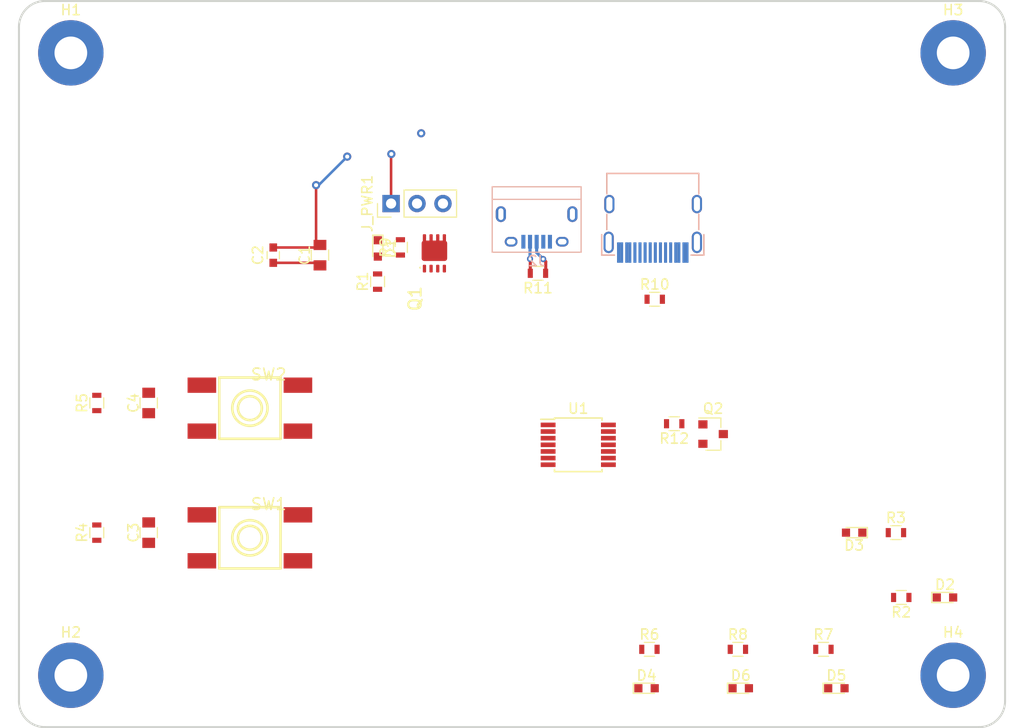
<source format=kicad_pcb>
(kicad_pcb (version 20171130) (host pcbnew "(5.1.8)-1")

  (general
    (thickness 1.6)
    (drawings 8)
    (tracks 30)
    (zones 0)
    (modules 34)
    (nets 32)
  )

  (page A4)
  (layers
    (0 F.Cu signal)
    (1 In1.Cu signal)
    (2 In2.Cu signal)
    (31 B.Cu signal)
    (32 B.Adhes user)
    (33 F.Adhes user)
    (34 B.Paste user)
    (35 F.Paste user)
    (36 B.SilkS user)
    (37 F.SilkS user)
    (38 B.Mask user)
    (39 F.Mask user)
    (40 Dwgs.User user)
    (41 Cmts.User user)
    (42 Eco1.User user)
    (43 Eco2.User user)
    (44 Edge.Cuts user)
    (45 Margin user)
    (46 B.CrtYd user)
    (47 F.CrtYd user)
    (48 B.Fab user)
    (49 F.Fab user)
  )

  (setup
    (last_trace_width 0.25)
    (user_trace_width 0.3)
    (user_trace_width 0.5)
    (user_trace_width 2)
    (trace_clearance 0.2)
    (zone_clearance 0.508)
    (zone_45_only no)
    (trace_min 0.2)
    (via_size 0.8)
    (via_drill 0.4)
    (via_min_size 0.45)
    (via_min_drill 0.2)
    (user_via 0.6 0.3)
    (user_via 1.4 0.8)
    (uvia_size 0.45)
    (uvia_drill 0.2)
    (uvias_allowed no)
    (uvia_min_size 0.45)
    (uvia_min_drill 0.2)
    (edge_width 0.2)
    (segment_width 0.2)
    (pcb_text_width 0.3)
    (pcb_text_size 1.5 1.5)
    (mod_edge_width 0.12)
    (mod_text_size 1 1)
    (mod_text_width 0.15)
    (pad_size 1.524 1.524)
    (pad_drill 0.762)
    (pad_to_mask_clearance 0.051)
    (solder_mask_min_width 0.25)
    (aux_axis_origin 0 0)
    (visible_elements 7FFFFFFF)
    (pcbplotparams
      (layerselection 0x010fc_ffffffff)
      (usegerberextensions false)
      (usegerberattributes false)
      (usegerberadvancedattributes false)
      (creategerberjobfile false)
      (excludeedgelayer true)
      (linewidth 0.100000)
      (plotframeref false)
      (viasonmask false)
      (mode 1)
      (useauxorigin false)
      (hpglpennumber 1)
      (hpglpenspeed 20)
      (hpglpendiameter 15.000000)
      (psnegative false)
      (psa4output false)
      (plotreference true)
      (plotvalue true)
      (plotinvisibletext false)
      (padsonsilk false)
      (subtractmaskfromsilk false)
      (outputformat 1)
      (mirror false)
      (drillshape 0)
      (scaleselection 1)
      (outputdirectory "gerber/"))
  )

  (net 0 "")
  (net 1 "Net-(D1-Pad2)")
  (net 2 +5V)
  (net 3 GND)
  (net 4 "Net-(D2-Pad1)")
  (net 5 "Net-(D3-Pad1)")
  (net 6 "Net-(D4-Pad2)")
  (net 7 "Net-(D4-Pad1)")
  (net 8 "Net-(D5-Pad1)")
  (net 9 "Net-(D6-Pad1)")
  (net 10 "Net-(U1-Pad3)")
  (net 11 "Net-(U1-Pad12)")
  (net 12 "Net-(U1-Pad13)")
  (net 13 "Net-(J1-PadB8)")
  (net 14 "Net-(J1-PadA8)")
  (net 15 "Net-(J1-PadA7)")
  (net 16 "Net-(J1-PadA6)")
  (net 17 "Net-(J1-PadB5)")
  (net 18 "Net-(J1-PadA5)")
  (net 19 "Net-(J2-Pad2)")
  (net 20 "Net-(J2-Pad3)")
  (net 21 "Net-(J2-Pad4)")
  (net 22 "Net-(J_PWR1-Pad2)")
  (net 23 "Net-(Q1-Pad4)")
  (net 24 "Net-(Q2-Pad1)")
  (net 25 "Net-(H1-Pad1)")
  (net 26 "Net-(H2-Pad1)")
  (net 27 "Net-(H3-Pad1)")
  (net 28 "Net-(H4-Pad1)")
  (net 29 /SheetXOR/IN_A)
  (net 30 /SheetXOR/IN_B)
  (net 31 OUTPUT)

  (net_class Default "This is the default net class."
    (clearance 0.2)
    (trace_width 0.25)
    (via_dia 0.8)
    (via_drill 0.4)
    (uvia_dia 0.45)
    (uvia_drill 0.2)
    (add_net +5V)
    (add_net /SheetXOR/IN_A)
    (add_net /SheetXOR/IN_B)
    (add_net GND)
    (add_net "Net-(D1-Pad2)")
    (add_net "Net-(D2-Pad1)")
    (add_net "Net-(D3-Pad1)")
    (add_net "Net-(D4-Pad1)")
    (add_net "Net-(D4-Pad2)")
    (add_net "Net-(D5-Pad1)")
    (add_net "Net-(D6-Pad1)")
    (add_net "Net-(H1-Pad1)")
    (add_net "Net-(H2-Pad1)")
    (add_net "Net-(H3-Pad1)")
    (add_net "Net-(H4-Pad1)")
    (add_net "Net-(J1-PadA5)")
    (add_net "Net-(J1-PadA6)")
    (add_net "Net-(J1-PadA7)")
    (add_net "Net-(J1-PadA8)")
    (add_net "Net-(J1-PadB5)")
    (add_net "Net-(J1-PadB8)")
    (add_net "Net-(J2-Pad2)")
    (add_net "Net-(J2-Pad3)")
    (add_net "Net-(J2-Pad4)")
    (add_net "Net-(J_PWR1-Pad2)")
    (add_net "Net-(Q1-Pad4)")
    (add_net "Net-(Q2-Pad1)")
    (add_net "Net-(U1-Pad12)")
    (add_net "Net-(U1-Pad13)")
    (add_net "Net-(U1-Pad3)")
    (add_net OUTPUT)
  )

  (module Resistors_SMD:R_0603 (layer F.Cu) (tedit 58E0A804) (tstamp 5FD0DB9B)
    (at 104.775 66.802 180)
    (descr "Resistor SMD 0603, reflow soldering, Vishay (see dcrcw.pdf)")
    (tags "resistor 0603")
    (path /5FD35D5D)
    (attr smd)
    (fp_text reference R12 (at 0 -1.45) (layer F.SilkS)
      (effects (font (size 1 1) (thickness 0.15)))
    )
    (fp_text value 220R (at 0 1.5) (layer F.Fab)
      (effects (font (size 1 1) (thickness 0.15)))
    )
    (fp_line (start 1.25 0.7) (end -1.25 0.7) (layer F.CrtYd) (width 0.05))
    (fp_line (start 1.25 0.7) (end 1.25 -0.7) (layer F.CrtYd) (width 0.05))
    (fp_line (start -1.25 -0.7) (end -1.25 0.7) (layer F.CrtYd) (width 0.05))
    (fp_line (start -1.25 -0.7) (end 1.25 -0.7) (layer F.CrtYd) (width 0.05))
    (fp_line (start -0.5 -0.68) (end 0.5 -0.68) (layer F.SilkS) (width 0.12))
    (fp_line (start 0.5 0.68) (end -0.5 0.68) (layer F.SilkS) (width 0.12))
    (fp_line (start -0.8 -0.4) (end 0.8 -0.4) (layer F.Fab) (width 0.1))
    (fp_line (start 0.8 -0.4) (end 0.8 0.4) (layer F.Fab) (width 0.1))
    (fp_line (start 0.8 0.4) (end -0.8 0.4) (layer F.Fab) (width 0.1))
    (fp_line (start -0.8 0.4) (end -0.8 -0.4) (layer F.Fab) (width 0.1))
    (fp_text user %R (at 0 0) (layer F.Fab)
      (effects (font (size 0.4 0.4) (thickness 0.075)))
    )
    (pad 1 smd rect (at -0.75 0 180) (size 0.5 0.9) (layers F.Cu F.Paste F.Mask)
      (net 24 "Net-(Q2-Pad1)"))
    (pad 2 smd rect (at 0.75 0 180) (size 0.5 0.9) (layers F.Cu F.Paste F.Mask)
      (net 31 OUTPUT))
    (model ${KISYS3DMOD}/Resistors_SMD.3dshapes/R_0603.wrl
      (at (xyz 0 0 0))
      (scale (xyz 1 1 1))
      (rotate (xyz 0 0 0))
    )
    (model ${KISYS3DMOD}/Resistor_SMD.3dshapes/R_0603_1608Metric.step
      (at (xyz 0 0 0))
      (scale (xyz 1 1 1))
      (rotate (xyz 0 0 0))
    )
  )

  (module TO_SOT_Packages_SMD:SOT-23 (layer F.Cu) (tedit 58CE4E7E) (tstamp 5FD0D970)
    (at 108.585 67.818)
    (descr "SOT-23, Standard")
    (tags SOT-23)
    (path /5FD36D31)
    (attr smd)
    (fp_text reference Q2 (at 0 -2.5) (layer F.SilkS)
      (effects (font (size 1 1) (thickness 0.15)))
    )
    (fp_text value BC817 (at 0 2.5) (layer F.Fab)
      (effects (font (size 1 1) (thickness 0.15)))
    )
    (fp_line (start -0.7 -0.95) (end -0.7 1.5) (layer F.Fab) (width 0.1))
    (fp_line (start -0.15 -1.52) (end 0.7 -1.52) (layer F.Fab) (width 0.1))
    (fp_line (start -0.7 -0.95) (end -0.15 -1.52) (layer F.Fab) (width 0.1))
    (fp_line (start 0.7 -1.52) (end 0.7 1.52) (layer F.Fab) (width 0.1))
    (fp_line (start -0.7 1.52) (end 0.7 1.52) (layer F.Fab) (width 0.1))
    (fp_line (start 0.76 1.58) (end 0.76 0.65) (layer F.SilkS) (width 0.12))
    (fp_line (start 0.76 -1.58) (end 0.76 -0.65) (layer F.SilkS) (width 0.12))
    (fp_line (start -1.7 -1.75) (end 1.7 -1.75) (layer F.CrtYd) (width 0.05))
    (fp_line (start 1.7 -1.75) (end 1.7 1.75) (layer F.CrtYd) (width 0.05))
    (fp_line (start 1.7 1.75) (end -1.7 1.75) (layer F.CrtYd) (width 0.05))
    (fp_line (start -1.7 1.75) (end -1.7 -1.75) (layer F.CrtYd) (width 0.05))
    (fp_line (start 0.76 -1.58) (end -1.4 -1.58) (layer F.SilkS) (width 0.12))
    (fp_line (start 0.76 1.58) (end -0.7 1.58) (layer F.SilkS) (width 0.12))
    (fp_text user %R (at 0 0 90) (layer F.Fab)
      (effects (font (size 0.5 0.5) (thickness 0.075)))
    )
    (pad 1 smd rect (at -1 -0.95) (size 0.9 0.8) (layers F.Cu F.Paste F.Mask)
      (net 24 "Net-(Q2-Pad1)"))
    (pad 2 smd rect (at -1 0.95) (size 0.9 0.8) (layers F.Cu F.Paste F.Mask)
      (net 6 "Net-(D4-Pad2)"))
    (pad 3 smd rect (at 1 0) (size 0.9 0.8) (layers F.Cu F.Paste F.Mask)
      (net 2 +5V))
    (model ${KISYS3DMOD}/TO_SOT_Packages_SMD.3dshapes/SOT-23.wrl
      (at (xyz 0 0 0))
      (scale (xyz 1 1 1))
      (rotate (xyz 0 0 0))
    )
    (model ${KISYS3DMOD}/Package_TO_SOT_SMD.3dshapes/SOT-23.step
      (at (xyz 0 0 0))
      (scale (xyz 1 1 1))
      (rotate (xyz 0 0 0))
    )
  )

  (module Housings_SSOP:TSSOP-14_4.4x5mm_Pitch0.65mm (layer F.Cu) (tedit 54130A77) (tstamp 5FD0DB2B)
    (at 95.385 68.868)
    (descr "14-Lead Plastic Thin Shrink Small Outline (ST)-4.4 mm Body [TSSOP] (see Microchip Packaging Specification 00000049BS.pdf)")
    (tags "SSOP 0.65")
    (path /5FD186F6/5FD30745)
    (attr smd)
    (fp_text reference U1 (at 0 -3.55) (layer F.SilkS)
      (effects (font (size 1 1) (thickness 0.15)))
    )
    (fp_text value 74HC00 (at 0 3.55) (layer F.Fab)
      (effects (font (size 1 1) (thickness 0.15)))
    )
    (fp_line (start -1.2 -2.5) (end 2.2 -2.5) (layer F.Fab) (width 0.15))
    (fp_line (start 2.2 -2.5) (end 2.2 2.5) (layer F.Fab) (width 0.15))
    (fp_line (start 2.2 2.5) (end -2.2 2.5) (layer F.Fab) (width 0.15))
    (fp_line (start -2.2 2.5) (end -2.2 -1.5) (layer F.Fab) (width 0.15))
    (fp_line (start -2.2 -1.5) (end -1.2 -2.5) (layer F.Fab) (width 0.15))
    (fp_line (start -3.95 -2.8) (end -3.95 2.8) (layer F.CrtYd) (width 0.05))
    (fp_line (start 3.95 -2.8) (end 3.95 2.8) (layer F.CrtYd) (width 0.05))
    (fp_line (start -3.95 -2.8) (end 3.95 -2.8) (layer F.CrtYd) (width 0.05))
    (fp_line (start -3.95 2.8) (end 3.95 2.8) (layer F.CrtYd) (width 0.05))
    (fp_line (start -2.325 -2.625) (end -2.325 -2.5) (layer F.SilkS) (width 0.15))
    (fp_line (start 2.325 -2.625) (end 2.325 -2.4) (layer F.SilkS) (width 0.15))
    (fp_line (start 2.325 2.625) (end 2.325 2.4) (layer F.SilkS) (width 0.15))
    (fp_line (start -2.325 2.625) (end -2.325 2.4) (layer F.SilkS) (width 0.15))
    (fp_line (start -2.325 -2.625) (end 2.325 -2.625) (layer F.SilkS) (width 0.15))
    (fp_line (start -2.325 2.625) (end 2.325 2.625) (layer F.SilkS) (width 0.15))
    (fp_line (start -2.325 -2.5) (end -3.675 -2.5) (layer F.SilkS) (width 0.15))
    (fp_text user %R (at 0 0) (layer F.Fab)
      (effects (font (size 0.8 0.8) (thickness 0.15)))
    )
    (pad 1 smd rect (at -2.95 -1.95) (size 1.45 0.45) (layers F.Cu F.Paste F.Mask)
      (net 29 /SheetXOR/IN_A))
    (pad 2 smd rect (at -2.95 -1.3) (size 1.45 0.45) (layers F.Cu F.Paste F.Mask)
      (net 30 /SheetXOR/IN_B))
    (pad 3 smd rect (at -2.95 -0.65) (size 1.45 0.45) (layers F.Cu F.Paste F.Mask)
      (net 10 "Net-(U1-Pad3)"))
    (pad 4 smd rect (at -2.95 0) (size 1.45 0.45) (layers F.Cu F.Paste F.Mask)
      (net 29 /SheetXOR/IN_A))
    (pad 5 smd rect (at -2.95 0.65) (size 1.45 0.45) (layers F.Cu F.Paste F.Mask)
      (net 10 "Net-(U1-Pad3)"))
    (pad 6 smd rect (at -2.95 1.3) (size 1.45 0.45) (layers F.Cu F.Paste F.Mask)
      (net 11 "Net-(U1-Pad12)"))
    (pad 7 smd rect (at -2.95 1.95) (size 1.45 0.45) (layers F.Cu F.Paste F.Mask)
      (net 3 GND))
    (pad 8 smd rect (at 2.95 1.95) (size 1.45 0.45) (layers F.Cu F.Paste F.Mask)
      (net 12 "Net-(U1-Pad13)"))
    (pad 9 smd rect (at 2.95 1.3) (size 1.45 0.45) (layers F.Cu F.Paste F.Mask)
      (net 10 "Net-(U1-Pad3)"))
    (pad 10 smd rect (at 2.95 0.65) (size 1.45 0.45) (layers F.Cu F.Paste F.Mask)
      (net 30 /SheetXOR/IN_B))
    (pad 11 smd rect (at 2.95 0) (size 1.45 0.45) (layers F.Cu F.Paste F.Mask)
      (net 31 OUTPUT))
    (pad 12 smd rect (at 2.95 -0.65) (size 1.45 0.45) (layers F.Cu F.Paste F.Mask)
      (net 11 "Net-(U1-Pad12)"))
    (pad 13 smd rect (at 2.95 -1.3) (size 1.45 0.45) (layers F.Cu F.Paste F.Mask)
      (net 12 "Net-(U1-Pad13)"))
    (pad 14 smd rect (at 2.95 -1.95) (size 1.45 0.45) (layers F.Cu F.Paste F.Mask)
      (net 2 +5V))
    (model ${KISYS3DMOD}/Housings_SSOP.3dshapes/TSSOP-14_4.4x5mm_Pitch0.65mm.wrl
      (at (xyz 0 0 0))
      (scale (xyz 1 1 1))
      (rotate (xyz 0 0 0))
    )
    (model ${KISYS3DMOD}/Package_SO.3dshapes/TSSOP-14_4.4x5mm_P0.65mm.step
      (at (xyz 0 0 0))
      (scale (xyz 1 1 1))
      (rotate (xyz 0 0 0))
    )
  )

  (module Mounting_Holes:MountingHole_3.2mm_M3_Pad (layer F.Cu) (tedit 56D1B4CB) (tstamp 5FD01FAE)
    (at 132.08 91.44)
    (descr "Mounting Hole 3.2mm, M3")
    (tags "mounting hole 3.2mm m3")
    (path /5FD57BD8)
    (attr virtual)
    (fp_text reference H4 (at 0 -4.2) (layer F.SilkS)
      (effects (font (size 1 1) (thickness 0.15)))
    )
    (fp_text value MountingHole_Pad (at 0 4.2) (layer F.Fab)
      (effects (font (size 1 1) (thickness 0.15)))
    )
    (fp_circle (center 0 0) (end 3.2 0) (layer Cmts.User) (width 0.15))
    (fp_circle (center 0 0) (end 3.45 0) (layer F.CrtYd) (width 0.05))
    (fp_text user %R (at 0.3 0) (layer F.Fab)
      (effects (font (size 1 1) (thickness 0.15)))
    )
    (pad 1 thru_hole circle (at 0 0) (size 6.4 6.4) (drill 3.2) (layers *.Cu *.Mask)
      (net 28 "Net-(H4-Pad1)"))
  )

  (module Mounting_Holes:MountingHole_3.2mm_M3_Pad (layer F.Cu) (tedit 56D1B4CB) (tstamp 5FD01FAB)
    (at 132.08 30.48)
    (descr "Mounting Hole 3.2mm, M3")
    (tags "mounting hole 3.2mm m3")
    (path /5FD5794D)
    (attr virtual)
    (fp_text reference H3 (at 0 -4.2) (layer F.SilkS)
      (effects (font (size 1 1) (thickness 0.15)))
    )
    (fp_text value MountingHole_Pad (at 0 4.2) (layer F.Fab)
      (effects (font (size 1 1) (thickness 0.15)))
    )
    (fp_circle (center 0 0) (end 3.2 0) (layer Cmts.User) (width 0.15))
    (fp_circle (center 0 0) (end 3.45 0) (layer F.CrtYd) (width 0.05))
    (fp_text user %R (at 0.3 0) (layer F.Fab)
      (effects (font (size 1 1) (thickness 0.15)))
    )
    (pad 1 thru_hole circle (at 0 0) (size 6.4 6.4) (drill 3.2) (layers *.Cu *.Mask)
      (net 27 "Net-(H3-Pad1)"))
  )

  (module Mounting_Holes:MountingHole_3.2mm_M3_Pad (layer F.Cu) (tedit 56D1B4CB) (tstamp 5FD01FA8)
    (at 45.72 91.44)
    (descr "Mounting Hole 3.2mm, M3")
    (tags "mounting hole 3.2mm m3")
    (path /5FD576B7)
    (attr virtual)
    (fp_text reference H2 (at 0 -4.2) (layer F.SilkS)
      (effects (font (size 1 1) (thickness 0.15)))
    )
    (fp_text value MountingHole_Pad (at 0 4.2) (layer F.Fab)
      (effects (font (size 1 1) (thickness 0.15)))
    )
    (fp_circle (center 0 0) (end 3.2 0) (layer Cmts.User) (width 0.15))
    (fp_circle (center 0 0) (end 3.45 0) (layer F.CrtYd) (width 0.05))
    (fp_text user %R (at 0.3 0) (layer F.Fab)
      (effects (font (size 1 1) (thickness 0.15)))
    )
    (pad 1 thru_hole circle (at 0 0) (size 6.4 6.4) (drill 3.2) (layers *.Cu *.Mask)
      (net 26 "Net-(H2-Pad1)"))
  )

  (module Mounting_Holes:MountingHole_3.2mm_M3_Pad (layer F.Cu) (tedit 56D1B4CB) (tstamp 5FD01FA5)
    (at 45.72 30.48)
    (descr "Mounting Hole 3.2mm, M3")
    (tags "mounting hole 3.2mm m3")
    (path /5FD54CAB)
    (attr virtual)
    (fp_text reference H1 (at 0 -4.2) (layer F.SilkS)
      (effects (font (size 1 1) (thickness 0.15)))
    )
    (fp_text value MountingHole_Pad (at 0 4.2) (layer F.Fab)
      (effects (font (size 1 1) (thickness 0.15)))
    )
    (fp_circle (center 0 0) (end 3.2 0) (layer Cmts.User) (width 0.15))
    (fp_circle (center 0 0) (end 3.45 0) (layer F.CrtYd) (width 0.05))
    (fp_text user %R (at 0.3 0) (layer F.Fab)
      (effects (font (size 1 1) (thickness 0.15)))
    )
    (pad 1 thru_hole circle (at 0 0) (size 6.4 6.4) (drill 3.2) (layers *.Cu *.Mask)
      (net 25 "Net-(H1-Pad1)"))
  )

  (module PB170:USB_C_Female-16Pin-HPJF (layer B.Cu) (tedit 5E845E78) (tstamp 5FD00331)
    (at 102.6795 50.038)
    (path /5FD02084)
    (fp_text reference J1 (at 0 -9) (layer B.SilkS) hide
      (effects (font (size 1 1) (thickness 0.15)) (justify mirror))
    )
    (fp_text value USB_C_Receptacle_USB2.0-Connector (at 0 2) (layer B.Fab)
      (effects (font (size 1 1) (thickness 0.15)) (justify mirror))
    )
    (fp_line (start 5 0.25) (end 5 -1.75) (layer B.SilkS) (width 0.15))
    (fp_line (start 3.75 0.25) (end 5 0.25) (layer B.SilkS) (width 0.15))
    (fp_line (start 4.5 -3.75) (end 4.5 -2.25) (layer B.SilkS) (width 0.15))
    (fp_line (start 4.5 -7.75) (end 4.5 -5.75) (layer B.SilkS) (width 0.15))
    (fp_line (start -4.5 -7.75) (end 4.5 -7.75) (layer B.SilkS) (width 0.15))
    (fp_line (start -4.5 -5.75) (end -4.5 -7.75) (layer B.SilkS) (width 0.15))
    (fp_line (start -4.5 -2.25) (end -4.5 -3.75) (layer B.SilkS) (width 0.15))
    (fp_line (start -5 0.25) (end -5 -1.75) (layer B.SilkS) (width 0.15))
    (fp_line (start -3.75 0.25) (end -5 0.25) (layer B.SilkS) (width 0.15))
    (fp_line (start 4.47 0) (end -4.47 0) (layer B.Fab) (width 0.12))
    (fp_line (start 4.47 -7.78) (end 4.47 0) (layer B.Fab) (width 0.12))
    (fp_line (start -4.47 -7.78) (end -4.47 0) (layer B.Fab) (width 0.12))
    (fp_line (start -4.47 -7.78) (end 4.47 -7.78) (layer B.Fab) (width 0.12))
    (pad A12 smd rect (at 3.35 0) (size 0.3 2) (layers B.Cu B.Paste B.Mask)
      (net 3 GND))
    (pad B1 smd rect (at 3.05 0) (size 0.3 2) (layers B.Cu B.Paste B.Mask)
      (net 3 GND))
    (pad A9 smd rect (at 2.55 0) (size 0.3 2) (layers B.Cu B.Paste B.Mask)
      (net 2 +5V))
    (pad B4 smd rect (at 2.25 0) (size 0.3 2) (layers B.Cu B.Paste B.Mask)
      (net 2 +5V))
    (pad B9 smd rect (at -2.25 0) (size 0.3 2) (layers B.Cu B.Paste B.Mask)
      (net 2 +5V))
    (pad A4 smd rect (at -2.55 0) (size 0.3 2) (layers B.Cu B.Paste B.Mask)
      (net 2 +5V))
    (pad B12 smd rect (at -3.05 0) (size 0.3 2) (layers B.Cu B.Paste B.Mask)
      (net 3 GND))
    (pad A1 smd rect (at -3.35 0) (size 0.3 2) (layers B.Cu B.Paste B.Mask)
      (net 3 GND))
    (pad "" np_thru_hole circle (at 2.89 -1.5 270) (size 0.7 0.7) (drill 0.7) (layers *.Cu *.Mask))
    (pad "" np_thru_hole circle (at -2.89 -1.5 270) (size 0.7 0.7) (drill 0.7) (layers *.Cu *.Mask))
    (pad S1 thru_hole oval (at 4.32 -4.75) (size 1 1.8) (drill oval 0.6 1.4) (layers *.Cu *.Mask)
      (net 3 GND))
    (pad S1 thru_hole oval (at -4.25 -4.75) (size 1 1.8) (drill oval 0.6 1.4) (layers *.Cu *.Mask)
      (net 3 GND))
    (pad S1 thru_hole oval (at 4.32 -1) (size 1 2.1) (drill oval 0.6 1.7) (layers *.Cu *.Mask)
      (net 3 GND))
    (pad S1 thru_hole oval (at -4.32 -1) (size 1 2.1) (drill oval 0.6 1.7) (layers *.Cu *.Mask)
      (net 3 GND))
    (pad B5 smd rect (at 1.75 0) (size 0.3 2) (layers B.Cu B.Paste B.Mask)
      (net 17 "Net-(J1-PadB5)"))
    (pad B8 smd rect (at -1.75 0) (size 0.3 2) (layers B.Cu B.Paste B.Mask)
      (net 13 "Net-(J1-PadB8)"))
    (pad A8 smd rect (at 1.25 0) (size 0.3 2) (layers B.Cu B.Paste B.Mask)
      (net 14 "Net-(J1-PadA8)"))
    (pad A5 smd rect (at -1.25 0) (size 0.3 2) (layers B.Cu B.Paste B.Mask)
      (net 18 "Net-(J1-PadA5)"))
    (pad B6 smd rect (at 0.75 0) (size 0.3 2) (layers B.Cu B.Paste B.Mask)
      (net 16 "Net-(J1-PadA6)"))
    (pad B7 smd rect (at -0.75 0) (size 0.3 2) (layers B.Cu B.Paste B.Mask)
      (net 15 "Net-(J1-PadA7)"))
    (pad A7 smd rect (at 0.25 0) (size 0.3 2) (layers B.Cu B.Paste B.Mask)
      (net 15 "Net-(J1-PadA7)"))
    (pad A6 smd rect (at -0.25 0) (size 0.3 2) (layers B.Cu B.Paste B.Mask)
      (net 16 "Net-(J1-PadA6)"))
  )

  (module Resistors_SMD:R_0603 (layer F.Cu) (tedit 58E0A804) (tstamp 5FCFEC9B)
    (at 91.44 52.07 180)
    (descr "Resistor SMD 0603, reflow soldering, Vishay (see dcrcw.pdf)")
    (tags "resistor 0603")
    (path /5FD41C51)
    (attr smd)
    (fp_text reference R11 (at 0 -1.45) (layer F.SilkS)
      (effects (font (size 1 1) (thickness 0.15)))
    )
    (fp_text value 220R (at 0 1.5) (layer F.Fab)
      (effects (font (size 1 1) (thickness 0.15)))
    )
    (fp_line (start 1.25 0.7) (end -1.25 0.7) (layer F.CrtYd) (width 0.05))
    (fp_line (start 1.25 0.7) (end 1.25 -0.7) (layer F.CrtYd) (width 0.05))
    (fp_line (start -1.25 -0.7) (end -1.25 0.7) (layer F.CrtYd) (width 0.05))
    (fp_line (start -1.25 -0.7) (end 1.25 -0.7) (layer F.CrtYd) (width 0.05))
    (fp_line (start -0.5 -0.68) (end 0.5 -0.68) (layer F.SilkS) (width 0.12))
    (fp_line (start 0.5 0.68) (end -0.5 0.68) (layer F.SilkS) (width 0.12))
    (fp_line (start -0.8 -0.4) (end 0.8 -0.4) (layer F.Fab) (width 0.1))
    (fp_line (start 0.8 -0.4) (end 0.8 0.4) (layer F.Fab) (width 0.1))
    (fp_line (start 0.8 0.4) (end -0.8 0.4) (layer F.Fab) (width 0.1))
    (fp_line (start -0.8 0.4) (end -0.8 -0.4) (layer F.Fab) (width 0.1))
    (fp_text user %R (at 0 0) (layer F.Fab)
      (effects (font (size 0.4 0.4) (thickness 0.075)))
    )
    (pad 1 smd rect (at -0.75 0 180) (size 0.5 0.9) (layers F.Cu F.Paste F.Mask)
      (net 20 "Net-(J2-Pad3)"))
    (pad 2 smd rect (at 0.75 0 180) (size 0.5 0.9) (layers F.Cu F.Paste F.Mask)
      (net 19 "Net-(J2-Pad2)"))
    (model ${KISYS3DMOD}/Resistors_SMD.3dshapes/R_0603.wrl
      (at (xyz 0 0 0))
      (scale (xyz 1 1 1))
      (rotate (xyz 0 0 0))
    )
    (model ${KISYS3DMOD}/Resistor_SMD.3dshapes/R_0603_1608Metric.step
      (at (xyz 0 0 0))
      (scale (xyz 1 1 1))
      (rotate (xyz 0 0 0))
    )
  )

  (module Resistors_SMD:R_0603 (layer F.Cu) (tedit 58E0A804) (tstamp 5FCFEC98)
    (at 102.87 54.61)
    (descr "Resistor SMD 0603, reflow soldering, Vishay (see dcrcw.pdf)")
    (tags "resistor 0603")
    (path /5FD50BFB)
    (attr smd)
    (fp_text reference R10 (at 0 -1.45) (layer F.SilkS)
      (effects (font (size 1 1) (thickness 0.15)))
    )
    (fp_text value 220R (at 0 1.5) (layer F.Fab)
      (effects (font (size 1 1) (thickness 0.15)))
    )
    (fp_line (start 1.25 0.7) (end -1.25 0.7) (layer F.CrtYd) (width 0.05))
    (fp_line (start 1.25 0.7) (end 1.25 -0.7) (layer F.CrtYd) (width 0.05))
    (fp_line (start -1.25 -0.7) (end -1.25 0.7) (layer F.CrtYd) (width 0.05))
    (fp_line (start -1.25 -0.7) (end 1.25 -0.7) (layer F.CrtYd) (width 0.05))
    (fp_line (start -0.5 -0.68) (end 0.5 -0.68) (layer F.SilkS) (width 0.12))
    (fp_line (start 0.5 0.68) (end -0.5 0.68) (layer F.SilkS) (width 0.12))
    (fp_line (start -0.8 -0.4) (end 0.8 -0.4) (layer F.Fab) (width 0.1))
    (fp_line (start 0.8 -0.4) (end 0.8 0.4) (layer F.Fab) (width 0.1))
    (fp_line (start 0.8 0.4) (end -0.8 0.4) (layer F.Fab) (width 0.1))
    (fp_line (start -0.8 0.4) (end -0.8 -0.4) (layer F.Fab) (width 0.1))
    (fp_text user %R (at 0 0) (layer F.Fab)
      (effects (font (size 0.4 0.4) (thickness 0.075)))
    )
    (pad 1 smd rect (at -0.75 0) (size 0.5 0.9) (layers F.Cu F.Paste F.Mask)
      (net 16 "Net-(J1-PadA6)"))
    (pad 2 smd rect (at 0.75 0) (size 0.5 0.9) (layers F.Cu F.Paste F.Mask)
      (net 15 "Net-(J1-PadA7)"))
    (model ${KISYS3DMOD}/Resistors_SMD.3dshapes/R_0603.wrl
      (at (xyz 0 0 0))
      (scale (xyz 1 1 1))
      (rotate (xyz 0 0 0))
    )
    (model ${KISYS3DMOD}/Resistor_SMD.3dshapes/R_0603_1608Metric.step
      (at (xyz 0 0 0))
      (scale (xyz 1 1 1))
      (rotate (xyz 0 0 0))
    )
  )

  (module Resistors_SMD:R_0603 (layer F.Cu) (tedit 58E0A804) (tstamp 5FD005AB)
    (at 77.978 49.53 90)
    (descr "Resistor SMD 0603, reflow soldering, Vishay (see dcrcw.pdf)")
    (tags "resistor 0603")
    (path /5FCFF67C)
    (attr smd)
    (fp_text reference R9 (at 0 -1.45 90) (layer F.SilkS)
      (effects (font (size 1 1) (thickness 0.15)))
    )
    (fp_text value 10k (at 0 1.5 90) (layer F.Fab)
      (effects (font (size 1 1) (thickness 0.15)))
    )
    (fp_line (start 1.25 0.7) (end -1.25 0.7) (layer F.CrtYd) (width 0.05))
    (fp_line (start 1.25 0.7) (end 1.25 -0.7) (layer F.CrtYd) (width 0.05))
    (fp_line (start -1.25 -0.7) (end -1.25 0.7) (layer F.CrtYd) (width 0.05))
    (fp_line (start -1.25 -0.7) (end 1.25 -0.7) (layer F.CrtYd) (width 0.05))
    (fp_line (start -0.5 -0.68) (end 0.5 -0.68) (layer F.SilkS) (width 0.12))
    (fp_line (start 0.5 0.68) (end -0.5 0.68) (layer F.SilkS) (width 0.12))
    (fp_line (start -0.8 -0.4) (end 0.8 -0.4) (layer F.Fab) (width 0.1))
    (fp_line (start 0.8 -0.4) (end 0.8 0.4) (layer F.Fab) (width 0.1))
    (fp_line (start 0.8 0.4) (end -0.8 0.4) (layer F.Fab) (width 0.1))
    (fp_line (start -0.8 0.4) (end -0.8 -0.4) (layer F.Fab) (width 0.1))
    (fp_text user %R (at 0 0 90) (layer F.Fab)
      (effects (font (size 0.4 0.4) (thickness 0.075)))
    )
    (pad 1 smd rect (at -0.75 0 90) (size 0.5 0.9) (layers F.Cu F.Paste F.Mask)
      (net 23 "Net-(Q1-Pad4)"))
    (pad 2 smd rect (at 0.75 0 90) (size 0.5 0.9) (layers F.Cu F.Paste F.Mask)
      (net 3 GND))
    (model ${KISYS3DMOD}/Resistors_SMD.3dshapes/R_0603.wrl
      (at (xyz 0 0 0))
      (scale (xyz 1 1 1))
      (rotate (xyz 0 0 0))
    )
    (model ${KISYS3DMOD}/Resistor_SMD.3dshapes/R_0603_1608Metric.step
      (at (xyz 0 0 0))
      (scale (xyz 1 1 1))
      (rotate (xyz 0 0 0))
    )
    (model ${KISYS3DMOD}/Resistor_SMD.3dshapes/R_0603_1608Metric.wrl
      (at (xyz 0 0 0))
      (scale (xyz 1 1 1))
      (rotate (xyz 0 0 0))
    )
  )

  (module PB170:MLP3.3X3.3_HS (layer F.Cu) (tedit 0) (tstamp 5FCFEB8F)
    (at 81.3054 50.1142 90)
    (path /5FCFFF08)
    (fp_text reference Q1 (at -3.1 -2.6 -90) (layer F.SilkS)
      (effects (font (size 1.2065 1.2065) (thickness 0.19304)) (justify right top))
    )
    (fp_text value P-MOSFET-MLP_HS (at -3.1 3.9 -90) (layer F.Fab)
      (effects (font (size 1.2065 1.2065) (thickness 0.19304)) (justify right top))
    )
    (fp_line (start 1.6 -1.6) (end 1.6 1.6) (layer F.Fab) (width 0.1))
    (fp_line (start 1.6 1.6) (end -1.6 1.6) (layer F.Fab) (width 0.1))
    (fp_line (start -1.6 1.6) (end -1.6 -1.6) (layer F.Fab) (width 0.1))
    (fp_line (start -1.6 -1.6) (end 1.6 -1.6) (layer F.Fab) (width 0.1))
    (fp_circle (center -1.4 -1.4) (end -1.35 -1.4) (layer F.SilkS) (width 0.1))
    (fp_line (start 2.075 1.85) (end 2.075 -1.85) (layer Dwgs.User) (width 0.05))
    (fp_line (start 2.075 -1.85) (end -2.075 -1.85) (layer Dwgs.User) (width 0.05))
    (fp_line (start -2.075 -1.85) (end -2.075 1.85) (layer Dwgs.User) (width 0.05))
    (fp_line (start -2.075 1.85) (end 2.075 1.85) (layer Dwgs.User) (width 0.05))
    (pad 9 smd roundrect (at 0.25 0) (size 2.5 2) (layers F.Cu F.Paste F.Mask) (roundrect_rratio 0.125)
      (net 22 "Net-(J_PWR1-Pad2)") (solder_mask_margin 0.1524))
    (pad 8 smd roundrect (at 1.495 -0.975 90) (size 0.76 0.32) (layers F.Cu F.Paste F.Mask) (roundrect_rratio 0.25)
      (net 22 "Net-(J_PWR1-Pad2)") (solder_mask_margin 0.1524))
    (pad 7 smd roundrect (at 1.495 -0.325 90) (size 0.76 0.32) (layers F.Cu F.Paste F.Mask) (roundrect_rratio 0.25)
      (net 22 "Net-(J_PWR1-Pad2)") (solder_mask_margin 0.1524))
    (pad 6 smd roundrect (at 1.495 0.325 90) (size 0.76 0.32) (layers F.Cu F.Paste F.Mask) (roundrect_rratio 0.25)
      (net 22 "Net-(J_PWR1-Pad2)") (solder_mask_margin 0.1524))
    (pad 5 smd roundrect (at 1.495 0.975 90) (size 0.76 0.32) (layers F.Cu F.Paste F.Mask) (roundrect_rratio 0.25)
      (net 22 "Net-(J_PWR1-Pad2)") (solder_mask_margin 0.1524))
    (pad 4 smd roundrect (at -1.495 0.975 270) (size 0.76 0.32) (layers F.Cu F.Paste F.Mask) (roundrect_rratio 0.25)
      (net 23 "Net-(Q1-Pad4)") (solder_mask_margin 0.1524))
    (pad 3 smd roundrect (at -1.495 0.325 270) (size 0.76 0.32) (layers F.Cu F.Paste F.Mask) (roundrect_rratio 0.25)
      (net 2 +5V) (solder_mask_margin 0.1524))
    (pad 2 smd roundrect (at -1.495 -0.325 270) (size 0.76 0.32) (layers F.Cu F.Paste F.Mask) (roundrect_rratio 0.25)
      (net 2 +5V) (solder_mask_margin 0.1524))
    (pad 1 smd roundrect (at -1.495 -0.975 270) (size 0.76 0.32) (layers F.Cu F.Paste F.Mask) (roundrect_rratio 0.25)
      (net 2 +5V) (solder_mask_margin 0.1524))
    (model ${KISYS3DMOD}/Package_DFN_QFN.3dshapes/DFN-8-1EP_3x3mm_P0.65mm_EP1.55x2.4mm.step
      (at (xyz 0 0 0))
      (scale (xyz 1 1 1))
      (rotate (xyz 0 0 0))
    )
  )

  (module Connectors:USB_Micro-B (layer B.Cu) (tedit 5543E447) (tstamp 5FCFEB4D)
    (at 91.313 47.625)
    (descr "Micro USB Type B Receptacle")
    (tags "USB USB_B USB_micro USB_OTG")
    (path /5FD07183)
    (attr smd)
    (fp_text reference J2 (at 0 3.24) (layer B.SilkS)
      (effects (font (size 1 1) (thickness 0.15)) (justify mirror))
    )
    (fp_text value USB_B_Micro (at 0 -5.01) (layer B.Fab)
      (effects (font (size 1 1) (thickness 0.15)) (justify mirror))
    )
    (fp_line (start -4.35 -4.03) (end -4.35 2.38) (layer B.SilkS) (width 0.12))
    (fp_line (start 4.35 -2.8) (end -4.35 -2.8) (layer B.SilkS) (width 0.12))
    (fp_line (start 4.35 2.38) (end 4.35 -4.03) (layer B.SilkS) (width 0.12))
    (fp_line (start -4.35 2.38) (end 4.35 2.38) (layer B.SilkS) (width 0.12))
    (fp_line (start -4.35 -4.03) (end 4.35 -4.03) (layer B.SilkS) (width 0.12))
    (fp_line (start -4.6 -4.26) (end -4.6 2.59) (layer B.CrtYd) (width 0.05))
    (fp_line (start 4.6 -4.26) (end -4.6 -4.26) (layer B.CrtYd) (width 0.05))
    (fp_line (start 4.6 2.59) (end 4.6 -4.26) (layer B.CrtYd) (width 0.05))
    (fp_line (start -4.6 2.59) (end 4.6 2.59) (layer B.CrtYd) (width 0.05))
    (pad 1 smd rect (at -1.3 1.35 270) (size 1.35 0.4) (layers B.Cu B.Paste B.Mask)
      (net 2 +5V))
    (pad 2 smd rect (at -0.65 1.35 270) (size 1.35 0.4) (layers B.Cu B.Paste B.Mask)
      (net 19 "Net-(J2-Pad2)"))
    (pad 3 smd rect (at 0 1.35 270) (size 1.35 0.4) (layers B.Cu B.Paste B.Mask)
      (net 20 "Net-(J2-Pad3)"))
    (pad 4 smd rect (at 0.65 1.35 270) (size 1.35 0.4) (layers B.Cu B.Paste B.Mask)
      (net 21 "Net-(J2-Pad4)"))
    (pad 5 smd rect (at 1.3 1.35 270) (size 1.35 0.4) (layers B.Cu B.Paste B.Mask)
      (net 3 GND))
    (pad 6 thru_hole oval (at -2.5 1.35 270) (size 0.95 1.25) (drill oval 0.55 0.85) (layers *.Cu *.Mask)
      (net 3 GND))
    (pad 6 thru_hole oval (at 2.5 1.35 270) (size 0.95 1.25) (drill oval 0.55 0.85) (layers *.Cu *.Mask)
      (net 3 GND))
    (pad 6 thru_hole oval (at -3.5 -1.35 270) (size 1.55 1) (drill oval 1.15 0.5) (layers *.Cu *.Mask)
      (net 3 GND))
    (pad 6 thru_hole oval (at 3.5 -1.35 270) (size 1.55 1) (drill oval 1.15 0.5) (layers *.Cu *.Mask)
      (net 3 GND))
  )

  (module PB170:TactileSwitch_C381064 (layer F.Cu) (tedit 0) (tstamp 5FCFBE90)
    (at 63.246 65.278)
    (path /5FD433F0)
    (attr smd)
    (fp_text reference SW2 (at 0 -3.302) (layer F.SilkS)
      (effects (font (size 1.143 1.143) (thickness 0.152)) (justify left))
    )
    (fp_text value SW_MEC_5E (at 0 -5.08) (layer F.Fab) hide
      (effects (font (size 1.143 1.143) (thickness 0.152)) (justify left))
    )
    (fp_circle (center 0 0) (end 1.171 0) (layer F.SilkS) (width 0.254))
    (fp_circle (center 0 0) (end 1.727 0) (layer F.SilkS) (width 0.254))
    (fp_line (start 3 -3) (end 3 3) (layer F.SilkS) (width 0.254))
    (fp_line (start -3 -3) (end -3 3) (layer F.SilkS) (width 0.254))
    (fp_line (start -3 3) (end 3 3) (layer F.SilkS) (width 0.254))
    (fp_line (start -3 -3) (end 3 -3) (layer F.SilkS) (width 0.254))
    (fp_text user gge8 (at 0 0) (layer Cmts.User)
      (effects (font (size 1 1) (thickness 0.15)))
    )
    (pad 4 smd rect (at 4.7 2.25) (size 2.8 1.5) (layers F.Cu F.Paste F.Mask)
      (net 30 /SheetXOR/IN_B))
    (pad 3 smd rect (at -4.7 2.25) (size 2.8 1.5) (layers F.Cu F.Paste F.Mask)
      (net 30 /SheetXOR/IN_B))
    (pad 2 smd rect (at 4.7 -2.25) (size 2.8 1.5) (layers F.Cu F.Paste F.Mask)
      (net 2 +5V))
    (pad 1 smd rect (at -4.7 -2.25) (size 2.8 1.5) (layers F.Cu F.Paste F.Mask)
      (net 2 +5V))
    (model ${KISYS3DMOD}/Button_Switch_SMD.3dshapes/SW_SPST_PTS645.step
      (at (xyz 0 0 0))
      (scale (xyz 1 1 1))
      (rotate (xyz 0 0 0))
    )
  )

  (module PB170:TactileSwitch_C381064 (layer F.Cu) (tedit 0) (tstamp 5FD01230)
    (at 63.246 77.978)
    (path /5FCFCDA9)
    (attr smd)
    (fp_text reference SW1 (at 0 -3.302) (layer F.SilkS)
      (effects (font (size 1.143 1.143) (thickness 0.152)) (justify left))
    )
    (fp_text value SW_MEC_5E (at 0 -5.08) (layer F.Fab) hide
      (effects (font (size 1.143 1.143) (thickness 0.152)) (justify left))
    )
    (fp_circle (center 0 0) (end 1.171 0) (layer F.SilkS) (width 0.254))
    (fp_circle (center 0 0) (end 1.727 0) (layer F.SilkS) (width 0.254))
    (fp_line (start 3 -3) (end 3 3) (layer F.SilkS) (width 0.254))
    (fp_line (start -3 -3) (end -3 3) (layer F.SilkS) (width 0.254))
    (fp_line (start -3 3) (end 3 3) (layer F.SilkS) (width 0.254))
    (fp_line (start -3 -3) (end 3 -3) (layer F.SilkS) (width 0.254))
    (fp_text user gge8 (at 0 0) (layer Cmts.User)
      (effects (font (size 1 1) (thickness 0.15)))
    )
    (pad 4 smd rect (at 4.7 2.25) (size 2.8 1.5) (layers F.Cu F.Paste F.Mask)
      (net 29 /SheetXOR/IN_A))
    (pad 3 smd rect (at -4.7 2.25) (size 2.8 1.5) (layers F.Cu F.Paste F.Mask)
      (net 29 /SheetXOR/IN_A))
    (pad 2 smd rect (at 4.7 -2.25) (size 2.8 1.5) (layers F.Cu F.Paste F.Mask)
      (net 2 +5V))
    (pad 1 smd rect (at -4.7 -2.25) (size 2.8 1.5) (layers F.Cu F.Paste F.Mask)
      (net 2 +5V))
    (model ${KISYS3DMOD}/Button_Switch_SMD.3dshapes/SW_SPST_PTS645.step
      (at (xyz 0 0 0))
      (scale (xyz 1 1 1))
      (rotate (xyz 0 0 0))
    )
  )

  (module Resistors_SMD:R_0603 (layer F.Cu) (tedit 58E0A804) (tstamp 5FCFBE72)
    (at 111.01 88.9)
    (descr "Resistor SMD 0603, reflow soldering, Vishay (see dcrcw.pdf)")
    (tags "resistor 0603")
    (path /5FD16C0D)
    (attr smd)
    (fp_text reference R8 (at 0 -1.45) (layer F.SilkS)
      (effects (font (size 1 1) (thickness 0.15)))
    )
    (fp_text value 130R (at 0 1.5) (layer F.Fab)
      (effects (font (size 1 1) (thickness 0.15)))
    )
    (fp_line (start 1.25 0.7) (end -1.25 0.7) (layer F.CrtYd) (width 0.05))
    (fp_line (start 1.25 0.7) (end 1.25 -0.7) (layer F.CrtYd) (width 0.05))
    (fp_line (start -1.25 -0.7) (end -1.25 0.7) (layer F.CrtYd) (width 0.05))
    (fp_line (start -1.25 -0.7) (end 1.25 -0.7) (layer F.CrtYd) (width 0.05))
    (fp_line (start -0.5 -0.68) (end 0.5 -0.68) (layer F.SilkS) (width 0.12))
    (fp_line (start 0.5 0.68) (end -0.5 0.68) (layer F.SilkS) (width 0.12))
    (fp_line (start -0.8 -0.4) (end 0.8 -0.4) (layer F.Fab) (width 0.1))
    (fp_line (start 0.8 -0.4) (end 0.8 0.4) (layer F.Fab) (width 0.1))
    (fp_line (start 0.8 0.4) (end -0.8 0.4) (layer F.Fab) (width 0.1))
    (fp_line (start -0.8 0.4) (end -0.8 -0.4) (layer F.Fab) (width 0.1))
    (fp_text user %R (at 0 0) (layer F.Fab)
      (effects (font (size 0.4 0.4) (thickness 0.075)))
    )
    (pad 1 smd rect (at -0.75 0) (size 0.5 0.9) (layers F.Cu F.Paste F.Mask)
      (net 9 "Net-(D6-Pad1)"))
    (pad 2 smd rect (at 0.75 0) (size 0.5 0.9) (layers F.Cu F.Paste F.Mask)
      (net 3 GND))
    (model ${KISYS3DMOD}/Resistors_SMD.3dshapes/R_0603.wrl
      (at (xyz 0 0 0))
      (scale (xyz 1 1 1))
      (rotate (xyz 0 0 0))
    )
    (model ${KISYS3DMOD}/Resistor_SMD.3dshapes/R_0603_1608Metric.step
      (at (xyz 0 0 0))
      (scale (xyz 1 1 1))
      (rotate (xyz 0 0 0))
    )
  )

  (module Resistors_SMD:R_0603 (layer F.Cu) (tedit 58E0A804) (tstamp 5FCFBE6F)
    (at 119.38 88.9)
    (descr "Resistor SMD 0603, reflow soldering, Vishay (see dcrcw.pdf)")
    (tags "resistor 0603")
    (path /5FD1AB1A)
    (attr smd)
    (fp_text reference R7 (at 0 -1.45) (layer F.SilkS)
      (effects (font (size 1 1) (thickness 0.15)))
    )
    (fp_text value 220R (at 0 1.5) (layer F.Fab)
      (effects (font (size 1 1) (thickness 0.15)))
    )
    (fp_line (start 1.25 0.7) (end -1.25 0.7) (layer F.CrtYd) (width 0.05))
    (fp_line (start 1.25 0.7) (end 1.25 -0.7) (layer F.CrtYd) (width 0.05))
    (fp_line (start -1.25 -0.7) (end -1.25 0.7) (layer F.CrtYd) (width 0.05))
    (fp_line (start -1.25 -0.7) (end 1.25 -0.7) (layer F.CrtYd) (width 0.05))
    (fp_line (start -0.5 -0.68) (end 0.5 -0.68) (layer F.SilkS) (width 0.12))
    (fp_line (start 0.5 0.68) (end -0.5 0.68) (layer F.SilkS) (width 0.12))
    (fp_line (start -0.8 -0.4) (end 0.8 -0.4) (layer F.Fab) (width 0.1))
    (fp_line (start 0.8 -0.4) (end 0.8 0.4) (layer F.Fab) (width 0.1))
    (fp_line (start 0.8 0.4) (end -0.8 0.4) (layer F.Fab) (width 0.1))
    (fp_line (start -0.8 0.4) (end -0.8 -0.4) (layer F.Fab) (width 0.1))
    (fp_text user %R (at 0 0.521) (layer F.Fab)
      (effects (font (size 0.4 0.4) (thickness 0.075)))
    )
    (pad 1 smd rect (at -0.75 0) (size 0.5 0.9) (layers F.Cu F.Paste F.Mask)
      (net 8 "Net-(D5-Pad1)"))
    (pad 2 smd rect (at 0.75 0) (size 0.5 0.9) (layers F.Cu F.Paste F.Mask)
      (net 3 GND))
    (model ${KISYS3DMOD}/Resistors_SMD.3dshapes/R_0603.wrl
      (at (xyz 0 0 0))
      (scale (xyz 1 1 1))
      (rotate (xyz 0 0 0))
    )
    (model ${KISYS3DMOD}/Resistor_SMD.3dshapes/R_0603_1608Metric.step
      (at (xyz 0 0 0))
      (scale (xyz 1 1 1))
      (rotate (xyz 0 0 0))
    )
  )

  (module Resistors_SMD:R_0603 (layer F.Cu) (tedit 58E0A804) (tstamp 5FCFBE6C)
    (at 102.35 88.9)
    (descr "Resistor SMD 0603, reflow soldering, Vishay (see dcrcw.pdf)")
    (tags "resistor 0603")
    (path /5FD16508)
    (attr smd)
    (fp_text reference R6 (at 0 -1.45) (layer F.SilkS)
      (effects (font (size 1 1) (thickness 0.15)))
    )
    (fp_text value 180R (at 0 1.5) (layer F.Fab)
      (effects (font (size 1 1) (thickness 0.15)))
    )
    (fp_line (start 1.25 0.7) (end -1.25 0.7) (layer F.CrtYd) (width 0.05))
    (fp_line (start 1.25 0.7) (end 1.25 -0.7) (layer F.CrtYd) (width 0.05))
    (fp_line (start -1.25 -0.7) (end -1.25 0.7) (layer F.CrtYd) (width 0.05))
    (fp_line (start -1.25 -0.7) (end 1.25 -0.7) (layer F.CrtYd) (width 0.05))
    (fp_line (start -0.5 -0.68) (end 0.5 -0.68) (layer F.SilkS) (width 0.12))
    (fp_line (start 0.5 0.68) (end -0.5 0.68) (layer F.SilkS) (width 0.12))
    (fp_line (start -0.8 -0.4) (end 0.8 -0.4) (layer F.Fab) (width 0.1))
    (fp_line (start 0.8 -0.4) (end 0.8 0.4) (layer F.Fab) (width 0.1))
    (fp_line (start 0.8 0.4) (end -0.8 0.4) (layer F.Fab) (width 0.1))
    (fp_line (start -0.8 0.4) (end -0.8 -0.4) (layer F.Fab) (width 0.1))
    (fp_text user %R (at 0 0) (layer F.Fab)
      (effects (font (size 0.4 0.4) (thickness 0.075)))
    )
    (pad 1 smd rect (at -0.75 0) (size 0.5 0.9) (layers F.Cu F.Paste F.Mask)
      (net 7 "Net-(D4-Pad1)"))
    (pad 2 smd rect (at 0.75 0) (size 0.5 0.9) (layers F.Cu F.Paste F.Mask)
      (net 3 GND))
    (model ${KISYS3DMOD}/Resistors_SMD.3dshapes/R_0603.wrl
      (at (xyz 0 0 0))
      (scale (xyz 1 1 1))
      (rotate (xyz 0 0 0))
    )
    (model ${KISYS3DMOD}/Resistor_SMD.3dshapes/R_0603_1608Metric.step
      (at (xyz 0 0 0))
      (scale (xyz 1 1 1))
      (rotate (xyz 0 0 0))
    )
  )

  (module Resistors_SMD:R_0603 (layer F.Cu) (tedit 58E0A804) (tstamp 5FCFBE69)
    (at 48.26 64.77 90)
    (descr "Resistor SMD 0603, reflow soldering, Vishay (see dcrcw.pdf)")
    (tags "resistor 0603")
    (path /5FD433F7)
    (attr smd)
    (fp_text reference R5 (at 0 -1.45 90) (layer F.SilkS)
      (effects (font (size 1 1) (thickness 0.15)))
    )
    (fp_text value 10k (at 0 1.5 90) (layer F.Fab)
      (effects (font (size 1 1) (thickness 0.15)))
    )
    (fp_line (start 1.25 0.7) (end -1.25 0.7) (layer F.CrtYd) (width 0.05))
    (fp_line (start 1.25 0.7) (end 1.25 -0.7) (layer F.CrtYd) (width 0.05))
    (fp_line (start -1.25 -0.7) (end -1.25 0.7) (layer F.CrtYd) (width 0.05))
    (fp_line (start -1.25 -0.7) (end 1.25 -0.7) (layer F.CrtYd) (width 0.05))
    (fp_line (start -0.5 -0.68) (end 0.5 -0.68) (layer F.SilkS) (width 0.12))
    (fp_line (start 0.5 0.68) (end -0.5 0.68) (layer F.SilkS) (width 0.12))
    (fp_line (start -0.8 -0.4) (end 0.8 -0.4) (layer F.Fab) (width 0.1))
    (fp_line (start 0.8 -0.4) (end 0.8 0.4) (layer F.Fab) (width 0.1))
    (fp_line (start 0.8 0.4) (end -0.8 0.4) (layer F.Fab) (width 0.1))
    (fp_line (start -0.8 0.4) (end -0.8 -0.4) (layer F.Fab) (width 0.1))
    (fp_text user %R (at 0 0 90) (layer F.Fab)
      (effects (font (size 0.4 0.4) (thickness 0.075)))
    )
    (pad 1 smd rect (at -0.75 0 90) (size 0.5 0.9) (layers F.Cu F.Paste F.Mask)
      (net 30 /SheetXOR/IN_B))
    (pad 2 smd rect (at 0.75 0 90) (size 0.5 0.9) (layers F.Cu F.Paste F.Mask)
      (net 3 GND))
    (model ${KISYS3DMOD}/Resistors_SMD.3dshapes/R_0603.wrl
      (at (xyz 0 0 0))
      (scale (xyz 1 1 1))
      (rotate (xyz 0 0 0))
    )
    (model ${KISYS3DMOD}/Resistor_SMD.3dshapes/R_0603_1608Metric.step
      (at (xyz 0 0 0))
      (scale (xyz 1 1 1))
      (rotate (xyz 0 0 0))
    )
  )

  (module Resistors_SMD:R_0603 (layer F.Cu) (tedit 58E0A804) (tstamp 5FCFBE66)
    (at 48.26 77.47 90)
    (descr "Resistor SMD 0603, reflow soldering, Vishay (see dcrcw.pdf)")
    (tags "resistor 0603")
    (path /5FD281E0)
    (attr smd)
    (fp_text reference R4 (at 0 -1.45 90) (layer F.SilkS)
      (effects (font (size 1 1) (thickness 0.15)))
    )
    (fp_text value 10k (at 0 1.5 90) (layer F.Fab)
      (effects (font (size 1 1) (thickness 0.15)))
    )
    (fp_line (start 1.25 0.7) (end -1.25 0.7) (layer F.CrtYd) (width 0.05))
    (fp_line (start 1.25 0.7) (end 1.25 -0.7) (layer F.CrtYd) (width 0.05))
    (fp_line (start -1.25 -0.7) (end -1.25 0.7) (layer F.CrtYd) (width 0.05))
    (fp_line (start -1.25 -0.7) (end 1.25 -0.7) (layer F.CrtYd) (width 0.05))
    (fp_line (start -0.5 -0.68) (end 0.5 -0.68) (layer F.SilkS) (width 0.12))
    (fp_line (start 0.5 0.68) (end -0.5 0.68) (layer F.SilkS) (width 0.12))
    (fp_line (start -0.8 -0.4) (end 0.8 -0.4) (layer F.Fab) (width 0.1))
    (fp_line (start 0.8 -0.4) (end 0.8 0.4) (layer F.Fab) (width 0.1))
    (fp_line (start 0.8 0.4) (end -0.8 0.4) (layer F.Fab) (width 0.1))
    (fp_line (start -0.8 0.4) (end -0.8 -0.4) (layer F.Fab) (width 0.1))
    (fp_text user %R (at 0 0 90) (layer F.Fab)
      (effects (font (size 0.4 0.4) (thickness 0.075)))
    )
    (pad 1 smd rect (at -0.75 0 90) (size 0.5 0.9) (layers F.Cu F.Paste F.Mask)
      (net 29 /SheetXOR/IN_A))
    (pad 2 smd rect (at 0.75 0 90) (size 0.5 0.9) (layers F.Cu F.Paste F.Mask)
      (net 3 GND))
    (model ${KISYS3DMOD}/Resistors_SMD.3dshapes/R_0603.wrl
      (at (xyz 0 0 0))
      (scale (xyz 1 1 1))
      (rotate (xyz 0 0 0))
    )
    (model ${KISYS3DMOD}/Resistor_SMD.3dshapes/R_0603_1608Metric.step
      (at (xyz 0 0 0))
      (scale (xyz 1 1 1))
      (rotate (xyz 0 0 0))
    )
  )

  (module Resistors_SMD:R_0603 (layer F.Cu) (tedit 58E0A804) (tstamp 5FCFBE63)
    (at 126.48 77.47)
    (descr "Resistor SMD 0603, reflow soldering, Vishay (see dcrcw.pdf)")
    (tags "resistor 0603")
    (path /5FD1AC04)
    (attr smd)
    (fp_text reference R3 (at 0 -1.45) (layer F.SilkS)
      (effects (font (size 1 1) (thickness 0.15)))
    )
    (fp_text value 180R (at 0 1.5) (layer F.Fab)
      (effects (font (size 1 1) (thickness 0.15)))
    )
    (fp_line (start 1.25 0.7) (end -1.25 0.7) (layer F.CrtYd) (width 0.05))
    (fp_line (start 1.25 0.7) (end 1.25 -0.7) (layer F.CrtYd) (width 0.05))
    (fp_line (start -1.25 -0.7) (end -1.25 0.7) (layer F.CrtYd) (width 0.05))
    (fp_line (start -1.25 -0.7) (end 1.25 -0.7) (layer F.CrtYd) (width 0.05))
    (fp_line (start -0.5 -0.68) (end 0.5 -0.68) (layer F.SilkS) (width 0.12))
    (fp_line (start 0.5 0.68) (end -0.5 0.68) (layer F.SilkS) (width 0.12))
    (fp_line (start -0.8 -0.4) (end 0.8 -0.4) (layer F.Fab) (width 0.1))
    (fp_line (start 0.8 -0.4) (end 0.8 0.4) (layer F.Fab) (width 0.1))
    (fp_line (start 0.8 0.4) (end -0.8 0.4) (layer F.Fab) (width 0.1))
    (fp_line (start -0.8 0.4) (end -0.8 -0.4) (layer F.Fab) (width 0.1))
    (fp_text user %R (at 0 0) (layer F.Fab)
      (effects (font (size 0.4 0.4) (thickness 0.075)))
    )
    (pad 1 smd rect (at -0.75 0) (size 0.5 0.9) (layers F.Cu F.Paste F.Mask)
      (net 5 "Net-(D3-Pad1)"))
    (pad 2 smd rect (at 0.75 0) (size 0.5 0.9) (layers F.Cu F.Paste F.Mask)
      (net 3 GND))
    (model ${KISYS3DMOD}/Resistors_SMD.3dshapes/R_0603.wrl
      (at (xyz 0 0 0))
      (scale (xyz 1 1 1))
      (rotate (xyz 0 0 0))
    )
    (model ${KISYS3DMOD}/Resistor_SMD.3dshapes/R_0603_1608Metric.step
      (at (xyz 0 0 0))
      (scale (xyz 1 1 1))
      (rotate (xyz 0 0 0))
    )
  )

  (module Resistors_SMD:R_0603 (layer F.Cu) (tedit 58E0A804) (tstamp 5FCFBE60)
    (at 127 83.82 180)
    (descr "Resistor SMD 0603, reflow soldering, Vishay (see dcrcw.pdf)")
    (tags "resistor 0603")
    (path /5FD20291)
    (attr smd)
    (fp_text reference R2 (at 0 -1.45) (layer F.SilkS)
      (effects (font (size 1 1) (thickness 0.15)))
    )
    (fp_text value 180R (at 0 1.5) (layer F.Fab)
      (effects (font (size 1 1) (thickness 0.15)))
    )
    (fp_line (start 1.25 0.7) (end -1.25 0.7) (layer F.CrtYd) (width 0.05))
    (fp_line (start 1.25 0.7) (end 1.25 -0.7) (layer F.CrtYd) (width 0.05))
    (fp_line (start -1.25 -0.7) (end -1.25 0.7) (layer F.CrtYd) (width 0.05))
    (fp_line (start -1.25 -0.7) (end 1.25 -0.7) (layer F.CrtYd) (width 0.05))
    (fp_line (start -0.5 -0.68) (end 0.5 -0.68) (layer F.SilkS) (width 0.12))
    (fp_line (start 0.5 0.68) (end -0.5 0.68) (layer F.SilkS) (width 0.12))
    (fp_line (start -0.8 -0.4) (end 0.8 -0.4) (layer F.Fab) (width 0.1))
    (fp_line (start 0.8 -0.4) (end 0.8 0.4) (layer F.Fab) (width 0.1))
    (fp_line (start 0.8 0.4) (end -0.8 0.4) (layer F.Fab) (width 0.1))
    (fp_line (start -0.8 0.4) (end -0.8 -0.4) (layer F.Fab) (width 0.1))
    (fp_text user %R (at 0 0) (layer F.Fab)
      (effects (font (size 0.4 0.4) (thickness 0.075)))
    )
    (pad 1 smd rect (at -0.75 0 180) (size 0.5 0.9) (layers F.Cu F.Paste F.Mask)
      (net 4 "Net-(D2-Pad1)"))
    (pad 2 smd rect (at 0.75 0 180) (size 0.5 0.9) (layers F.Cu F.Paste F.Mask)
      (net 3 GND))
    (model ${KISYS3DMOD}/Resistors_SMD.3dshapes/R_0603.wrl
      (at (xyz 0 0 0))
      (scale (xyz 1 1 1))
      (rotate (xyz 0 0 0))
    )
    (model ${KISYS3DMOD}/Resistor_SMD.3dshapes/R_0603_1608Metric.step
      (at (xyz 0 0 0))
      (scale (xyz 1 1 1))
      (rotate (xyz 0 0 0))
    )
  )

  (module LEDs:LED_0603 (layer F.Cu) (tedit 57FE93A5) (tstamp 5FCFBE11)
    (at 111.29 92.71)
    (descr "LED 0603 smd package")
    (tags "LED led 0603 SMD smd SMT smt smdled SMDLED smtled SMTLED")
    (path /5FD15E2D)
    (attr smd)
    (fp_text reference D6 (at 0 -1.25) (layer F.SilkS)
      (effects (font (size 1 1) (thickness 0.15)))
    )
    (fp_text value "LED white" (at 0 1.35) (layer F.Fab)
      (effects (font (size 1 1) (thickness 0.15)))
    )
    (fp_line (start -1.45 -0.65) (end 1.45 -0.65) (layer F.CrtYd) (width 0.05))
    (fp_line (start -1.45 0.65) (end -1.45 -0.65) (layer F.CrtYd) (width 0.05))
    (fp_line (start 1.45 0.65) (end -1.45 0.65) (layer F.CrtYd) (width 0.05))
    (fp_line (start 1.45 -0.65) (end 1.45 0.65) (layer F.CrtYd) (width 0.05))
    (fp_line (start -1.3 -0.5) (end 0.8 -0.5) (layer F.SilkS) (width 0.12))
    (fp_line (start -1.3 0.5) (end 0.8 0.5) (layer F.SilkS) (width 0.12))
    (fp_line (start -0.8 0.4) (end -0.8 -0.4) (layer F.Fab) (width 0.1))
    (fp_line (start -0.8 -0.4) (end 0.8 -0.4) (layer F.Fab) (width 0.1))
    (fp_line (start 0.8 -0.4) (end 0.8 0.4) (layer F.Fab) (width 0.1))
    (fp_line (start 0.8 0.4) (end -0.8 0.4) (layer F.Fab) (width 0.1))
    (fp_line (start 0.15 -0.2) (end 0.15 0.2) (layer F.Fab) (width 0.1))
    (fp_line (start 0.15 0.2) (end -0.15 0) (layer F.Fab) (width 0.1))
    (fp_line (start -0.15 0) (end 0.15 -0.2) (layer F.Fab) (width 0.1))
    (fp_line (start -0.2 -0.2) (end -0.2 0.2) (layer F.Fab) (width 0.1))
    (fp_line (start -1.3 -0.5) (end -1.3 0.5) (layer F.SilkS) (width 0.12))
    (pad 2 smd rect (at 0.8 0 180) (size 0.8 0.8) (layers F.Cu F.Paste F.Mask)
      (net 6 "Net-(D4-Pad2)"))
    (pad 1 smd rect (at -0.8 0 180) (size 0.8 0.8) (layers F.Cu F.Paste F.Mask)
      (net 9 "Net-(D6-Pad1)"))
    (model ${KISYS3DMOD}/LEDs.3dshapes/LED_0603.wrl
      (at (xyz 0 0 0))
      (scale (xyz 1 1 1))
      (rotate (xyz 0 0 180))
    )
    (model ${KISYS3DMOD}/LED_SMD.3dshapes/LED_0603_1608Metric_Castellated.step
      (at (xyz 0 0 0))
      (scale (xyz 1 1 1))
      (rotate (xyz 0 0 0))
    )
  )

  (module LEDs:LED_0603 (layer F.Cu) (tedit 57FE93A5) (tstamp 5FCFBE0E)
    (at 120.65 92.71)
    (descr "LED 0603 smd package")
    (tags "LED led 0603 SMD smd SMT smt smdled SMDLED smtled SMTLED")
    (path /5FD1944E)
    (attr smd)
    (fp_text reference D5 (at 0 -1.25) (layer F.SilkS)
      (effects (font (size 1 1) (thickness 0.15)))
    )
    (fp_text value "LED blue" (at 0 1.35) (layer F.Fab)
      (effects (font (size 1 1) (thickness 0.15)))
    )
    (fp_line (start -1.45 -0.65) (end 1.45 -0.65) (layer F.CrtYd) (width 0.05))
    (fp_line (start -1.45 0.65) (end -1.45 -0.65) (layer F.CrtYd) (width 0.05))
    (fp_line (start 1.45 0.65) (end -1.45 0.65) (layer F.CrtYd) (width 0.05))
    (fp_line (start 1.45 -0.65) (end 1.45 0.65) (layer F.CrtYd) (width 0.05))
    (fp_line (start -1.3 -0.5) (end 0.8 -0.5) (layer F.SilkS) (width 0.12))
    (fp_line (start -1.3 0.5) (end 0.8 0.5) (layer F.SilkS) (width 0.12))
    (fp_line (start -0.8 0.4) (end -0.8 -0.4) (layer F.Fab) (width 0.1))
    (fp_line (start -0.8 -0.4) (end 0.8 -0.4) (layer F.Fab) (width 0.1))
    (fp_line (start 0.8 -0.4) (end 0.8 0.4) (layer F.Fab) (width 0.1))
    (fp_line (start 0.8 0.4) (end -0.8 0.4) (layer F.Fab) (width 0.1))
    (fp_line (start 0.15 -0.2) (end 0.15 0.2) (layer F.Fab) (width 0.1))
    (fp_line (start 0.15 0.2) (end -0.15 0) (layer F.Fab) (width 0.1))
    (fp_line (start -0.15 0) (end 0.15 -0.2) (layer F.Fab) (width 0.1))
    (fp_line (start -0.2 -0.2) (end -0.2 0.2) (layer F.Fab) (width 0.1))
    (fp_line (start -1.3 -0.5) (end -1.3 0.5) (layer F.SilkS) (width 0.12))
    (pad 2 smd rect (at 0.8 0 180) (size 0.8 0.8) (layers F.Cu F.Paste F.Mask)
      (net 6 "Net-(D4-Pad2)"))
    (pad 1 smd rect (at -0.8 0 180) (size 0.8 0.8) (layers F.Cu F.Paste F.Mask)
      (net 8 "Net-(D5-Pad1)"))
    (model ${KISYS3DMOD}/LEDs.3dshapes/LED_0603.wrl
      (at (xyz 0 0 0))
      (scale (xyz 1 1 1))
      (rotate (xyz 0 0 180))
    )
    (model ${KISYS3DMOD}/LED_SMD.3dshapes/LED_0603_1608Metric_Castellated.step
      (at (xyz 0 0 0))
      (scale (xyz 1 1 1))
      (rotate (xyz 0 0 0))
    )
  )

  (module LEDs:LED_0603 (layer F.Cu) (tedit 57FE93A5) (tstamp 5FCFBE0B)
    (at 102.07 92.71)
    (descr "LED 0603 smd package")
    (tags "LED led 0603 SMD smd SMT smt smdled SMDLED smtled SMTLED")
    (path /5FD15458)
    (attr smd)
    (fp_text reference D4 (at 0 -1.25) (layer F.SilkS)
      (effects (font (size 1 1) (thickness 0.15)))
    )
    (fp_text value "LED green" (at 0 1.35) (layer F.Fab)
      (effects (font (size 1 1) (thickness 0.15)))
    )
    (fp_line (start -1.45 -0.65) (end 1.45 -0.65) (layer F.CrtYd) (width 0.05))
    (fp_line (start -1.45 0.65) (end -1.45 -0.65) (layer F.CrtYd) (width 0.05))
    (fp_line (start 1.45 0.65) (end -1.45 0.65) (layer F.CrtYd) (width 0.05))
    (fp_line (start 1.45 -0.65) (end 1.45 0.65) (layer F.CrtYd) (width 0.05))
    (fp_line (start -1.3 -0.5) (end 0.8 -0.5) (layer F.SilkS) (width 0.12))
    (fp_line (start -1.3 0.5) (end 0.8 0.5) (layer F.SilkS) (width 0.12))
    (fp_line (start -0.8 0.4) (end -0.8 -0.4) (layer F.Fab) (width 0.1))
    (fp_line (start -0.8 -0.4) (end 0.8 -0.4) (layer F.Fab) (width 0.1))
    (fp_line (start 0.8 -0.4) (end 0.8 0.4) (layer F.Fab) (width 0.1))
    (fp_line (start 0.8 0.4) (end -0.8 0.4) (layer F.Fab) (width 0.1))
    (fp_line (start 0.15 -0.2) (end 0.15 0.2) (layer F.Fab) (width 0.1))
    (fp_line (start 0.15 0.2) (end -0.15 0) (layer F.Fab) (width 0.1))
    (fp_line (start -0.15 0) (end 0.15 -0.2) (layer F.Fab) (width 0.1))
    (fp_line (start -0.2 -0.2) (end -0.2 0.2) (layer F.Fab) (width 0.1))
    (fp_line (start -1.3 -0.5) (end -1.3 0.5) (layer F.SilkS) (width 0.12))
    (pad 2 smd rect (at 0.8 0 180) (size 0.8 0.8) (layers F.Cu F.Paste F.Mask)
      (net 6 "Net-(D4-Pad2)"))
    (pad 1 smd rect (at -0.8 0 180) (size 0.8 0.8) (layers F.Cu F.Paste F.Mask)
      (net 7 "Net-(D4-Pad1)"))
    (model ${KISYS3DMOD}/LEDs.3dshapes/LED_0603.wrl
      (at (xyz 0 0 0))
      (scale (xyz 1 1 1))
      (rotate (xyz 0 0 180))
    )
    (model ${KISYS3DMOD}/LED_SMD.3dshapes/LED_0603_1608Metric_Castellated.step
      (at (xyz 0 0 0))
      (scale (xyz 1 1 1))
      (rotate (xyz 0 0 0))
    )
  )

  (module LEDs:LED_0603 (layer F.Cu) (tedit 57FE93A5) (tstamp 5FCFBE08)
    (at 122.39 77.47 180)
    (descr "LED 0603 smd package")
    (tags "LED led 0603 SMD smd SMT smt smdled SMDLED smtled SMTLED")
    (path /5FD1A507)
    (attr smd)
    (fp_text reference D3 (at 0 -1.25) (layer F.SilkS)
      (effects (font (size 1 1) (thickness 0.15)))
    )
    (fp_text value "LED yellow" (at 0 1.35) (layer F.Fab)
      (effects (font (size 1 1) (thickness 0.15)))
    )
    (fp_line (start -1.45 -0.65) (end 1.45 -0.65) (layer F.CrtYd) (width 0.05))
    (fp_line (start -1.45 0.65) (end -1.45 -0.65) (layer F.CrtYd) (width 0.05))
    (fp_line (start 1.45 0.65) (end -1.45 0.65) (layer F.CrtYd) (width 0.05))
    (fp_line (start 1.45 -0.65) (end 1.45 0.65) (layer F.CrtYd) (width 0.05))
    (fp_line (start -1.3 -0.5) (end 0.8 -0.5) (layer F.SilkS) (width 0.12))
    (fp_line (start -1.3 0.5) (end 0.8 0.5) (layer F.SilkS) (width 0.12))
    (fp_line (start -0.8 0.4) (end -0.8 -0.4) (layer F.Fab) (width 0.1))
    (fp_line (start -0.8 -0.4) (end 0.8 -0.4) (layer F.Fab) (width 0.1))
    (fp_line (start 0.8 -0.4) (end 0.8 0.4) (layer F.Fab) (width 0.1))
    (fp_line (start 0.8 0.4) (end -0.8 0.4) (layer F.Fab) (width 0.1))
    (fp_line (start 0.15 -0.2) (end 0.15 0.2) (layer F.Fab) (width 0.1))
    (fp_line (start 0.15 0.2) (end -0.15 0) (layer F.Fab) (width 0.1))
    (fp_line (start -0.15 0) (end 0.15 -0.2) (layer F.Fab) (width 0.1))
    (fp_line (start -0.2 -0.2) (end -0.2 0.2) (layer F.Fab) (width 0.1))
    (fp_line (start -1.3 -0.5) (end -1.3 0.5) (layer F.SilkS) (width 0.12))
    (pad 2 smd rect (at 0.8 0) (size 0.8 0.8) (layers F.Cu F.Paste F.Mask)
      (net 30 /SheetXOR/IN_B))
    (pad 1 smd rect (at -0.8 0) (size 0.8 0.8) (layers F.Cu F.Paste F.Mask)
      (net 5 "Net-(D3-Pad1)"))
    (model ${KISYS3DMOD}/LEDs.3dshapes/LED_0603.wrl
      (at (xyz 0 0 0))
      (scale (xyz 1 1 1))
      (rotate (xyz 0 0 180))
    )
    (model ${KISYS3DMOD}/LED_SMD.3dshapes/LED_0603_1608Metric_Castellated.step
      (at (xyz 0 0 0))
      (scale (xyz 1 1 1))
      (rotate (xyz 0 0 0))
    )
  )

  (module LEDs:LED_0603 (layer F.Cu) (tedit 57FE93A5) (tstamp 5FCFBE05)
    (at 131.28 83.82)
    (descr "LED 0603 smd package")
    (tags "LED led 0603 SMD smd SMT smt smdled SMDLED smtled SMTLED")
    (path /5FD1A401)
    (attr smd)
    (fp_text reference D2 (at 0 -1.25) (layer F.SilkS)
      (effects (font (size 1 1) (thickness 0.15)))
    )
    (fp_text value "LED yellow" (at 0 1.35) (layer F.Fab)
      (effects (font (size 1 1) (thickness 0.15)))
    )
    (fp_line (start -1.45 -0.65) (end 1.45 -0.65) (layer F.CrtYd) (width 0.05))
    (fp_line (start -1.45 0.65) (end -1.45 -0.65) (layer F.CrtYd) (width 0.05))
    (fp_line (start 1.45 0.65) (end -1.45 0.65) (layer F.CrtYd) (width 0.05))
    (fp_line (start 1.45 -0.65) (end 1.45 0.65) (layer F.CrtYd) (width 0.05))
    (fp_line (start -1.3 -0.5) (end 0.8 -0.5) (layer F.SilkS) (width 0.12))
    (fp_line (start -1.3 0.5) (end 0.8 0.5) (layer F.SilkS) (width 0.12))
    (fp_line (start -0.8 0.4) (end -0.8 -0.4) (layer F.Fab) (width 0.1))
    (fp_line (start -0.8 -0.4) (end 0.8 -0.4) (layer F.Fab) (width 0.1))
    (fp_line (start 0.8 -0.4) (end 0.8 0.4) (layer F.Fab) (width 0.1))
    (fp_line (start 0.8 0.4) (end -0.8 0.4) (layer F.Fab) (width 0.1))
    (fp_line (start 0.15 -0.2) (end 0.15 0.2) (layer F.Fab) (width 0.1))
    (fp_line (start 0.15 0.2) (end -0.15 0) (layer F.Fab) (width 0.1))
    (fp_line (start -0.15 0) (end 0.15 -0.2) (layer F.Fab) (width 0.1))
    (fp_line (start -0.2 -0.2) (end -0.2 0.2) (layer F.Fab) (width 0.1))
    (fp_line (start -1.3 -0.5) (end -1.3 0.5) (layer F.SilkS) (width 0.12))
    (pad 2 smd rect (at 0.8 0 180) (size 0.8 0.8) (layers F.Cu F.Paste F.Mask)
      (net 29 /SheetXOR/IN_A))
    (pad 1 smd rect (at -0.8 0 180) (size 0.8 0.8) (layers F.Cu F.Paste F.Mask)
      (net 4 "Net-(D2-Pad1)"))
    (model ${KISYS3DMOD}/LEDs.3dshapes/LED_0603.wrl
      (at (xyz 0 0 0))
      (scale (xyz 1 1 1))
      (rotate (xyz 0 0 180))
    )
    (model ${KISYS3DMOD}/LED_SMD.3dshapes/LED_0603_1608Metric_Castellated.step
      (at (xyz 0 0 0))
      (scale (xyz 1 1 1))
      (rotate (xyz 0 0 0))
    )
  )

  (module Capacitors_SMD:C_0805 (layer F.Cu) (tedit 58AA8463) (tstamp 5FCFBDDA)
    (at 53.34 64.77 90)
    (descr "Capacitor SMD 0805, reflow soldering, AVX (see smccp.pdf)")
    (tags "capacitor 0805")
    (path /5FD433E9)
    (attr smd)
    (fp_text reference C4 (at 0 -1.5 90) (layer F.SilkS)
      (effects (font (size 1 1) (thickness 0.15)))
    )
    (fp_text value 10uF (at 0 1.75 90) (layer F.Fab)
      (effects (font (size 1 1) (thickness 0.15)))
    )
    (fp_line (start 1.75 0.87) (end -1.75 0.87) (layer F.CrtYd) (width 0.05))
    (fp_line (start 1.75 0.87) (end 1.75 -0.88) (layer F.CrtYd) (width 0.05))
    (fp_line (start -1.75 -0.88) (end -1.75 0.87) (layer F.CrtYd) (width 0.05))
    (fp_line (start -1.75 -0.88) (end 1.75 -0.88) (layer F.CrtYd) (width 0.05))
    (fp_line (start -0.5 0.85) (end 0.5 0.85) (layer F.SilkS) (width 0.12))
    (fp_line (start 0.5 -0.85) (end -0.5 -0.85) (layer F.SilkS) (width 0.12))
    (fp_line (start -1 -0.62) (end 1 -0.62) (layer F.Fab) (width 0.1))
    (fp_line (start 1 -0.62) (end 1 0.62) (layer F.Fab) (width 0.1))
    (fp_line (start 1 0.62) (end -1 0.62) (layer F.Fab) (width 0.1))
    (fp_line (start -1 0.62) (end -1 -0.62) (layer F.Fab) (width 0.1))
    (fp_text user %R (at 0 -1.5 90) (layer F.Fab)
      (effects (font (size 1 1) (thickness 0.15)))
    )
    (pad 1 smd rect (at -1 0 90) (size 1 1.25) (layers F.Cu F.Paste F.Mask)
      (net 30 /SheetXOR/IN_B))
    (pad 2 smd rect (at 1 0 90) (size 1 1.25) (layers F.Cu F.Paste F.Mask)
      (net 2 +5V))
    (model Capacitors_SMD.3dshapes/C_0805.wrl
      (at (xyz 0 0 0))
      (scale (xyz 1 1 1))
      (rotate (xyz 0 0 0))
    )
    (model ${KISYS3DMOD}/Capacitor_SMD.3dshapes/C_0805_2012Metric.step
      (at (xyz 0 0 0))
      (scale (xyz 1 1 1))
      (rotate (xyz 0 0 0))
    )
  )

  (module Capacitors_SMD:C_0805 (layer F.Cu) (tedit 58AA8463) (tstamp 5FCFBDD7)
    (at 53.34 77.47 90)
    (descr "Capacitor SMD 0805, reflow soldering, AVX (see smccp.pdf)")
    (tags "capacitor 0805")
    (path /5FD20C2E)
    (attr smd)
    (fp_text reference C3 (at 0 -1.5 90) (layer F.SilkS)
      (effects (font (size 1 1) (thickness 0.15)))
    )
    (fp_text value 10uF (at 0 1.75 90) (layer F.Fab)
      (effects (font (size 1 1) (thickness 0.15)))
    )
    (fp_line (start 1.75 0.87) (end -1.75 0.87) (layer F.CrtYd) (width 0.05))
    (fp_line (start 1.75 0.87) (end 1.75 -0.88) (layer F.CrtYd) (width 0.05))
    (fp_line (start -1.75 -0.88) (end -1.75 0.87) (layer F.CrtYd) (width 0.05))
    (fp_line (start -1.75 -0.88) (end 1.75 -0.88) (layer F.CrtYd) (width 0.05))
    (fp_line (start -0.5 0.85) (end 0.5 0.85) (layer F.SilkS) (width 0.12))
    (fp_line (start 0.5 -0.85) (end -0.5 -0.85) (layer F.SilkS) (width 0.12))
    (fp_line (start -1 -0.62) (end 1 -0.62) (layer F.Fab) (width 0.1))
    (fp_line (start 1 -0.62) (end 1 0.62) (layer F.Fab) (width 0.1))
    (fp_line (start 1 0.62) (end -1 0.62) (layer F.Fab) (width 0.1))
    (fp_line (start -1 0.62) (end -1 -0.62) (layer F.Fab) (width 0.1))
    (fp_text user %R (at 0 -1.5 90) (layer F.Fab)
      (effects (font (size 1 1) (thickness 0.15)))
    )
    (pad 1 smd rect (at -1 0 90) (size 1 1.25) (layers F.Cu F.Paste F.Mask)
      (net 29 /SheetXOR/IN_A))
    (pad 2 smd rect (at 1 0 90) (size 1 1.25) (layers F.Cu F.Paste F.Mask)
      (net 2 +5V))
    (model Capacitors_SMD.3dshapes/C_0805.wrl
      (at (xyz 0 0 0))
      (scale (xyz 1 1 1))
      (rotate (xyz 0 0 0))
    )
    (model ${KISYS3DMOD}/Capacitor_SMD.3dshapes/C_0805_2012Metric.step
      (at (xyz 0 0 0))
      (scale (xyz 1 1 1))
      (rotate (xyz 0 0 0))
    )
  )

  (module Capacitors_SMD:C_0603 (layer F.Cu) (tedit 59958EE7) (tstamp 5FD01134)
    (at 65.532 50.292 90)
    (descr "Capacitor SMD 0603, reflow soldering, AVX (see smccp.pdf)")
    (tags "capacitor 0603")
    (path /5FD1BC0B)
    (attr smd)
    (fp_text reference C2 (at 0 -1.5 90) (layer F.SilkS)
      (effects (font (size 1 1) (thickness 0.15)))
    )
    (fp_text value 100nF (at 0 1.5 90) (layer F.Fab)
      (effects (font (size 1 1) (thickness 0.15)))
    )
    (fp_line (start -0.8 0.4) (end -0.8 -0.4) (layer F.Fab) (width 0.1))
    (fp_line (start 0.8 0.4) (end -0.8 0.4) (layer F.Fab) (width 0.1))
    (fp_line (start 0.8 -0.4) (end 0.8 0.4) (layer F.Fab) (width 0.1))
    (fp_line (start -0.8 -0.4) (end 0.8 -0.4) (layer F.Fab) (width 0.1))
    (fp_line (start -0.35 -0.6) (end 0.35 -0.6) (layer F.SilkS) (width 0.12))
    (fp_line (start 0.35 0.6) (end -0.35 0.6) (layer F.SilkS) (width 0.12))
    (fp_line (start -1.4 -0.65) (end 1.4 -0.65) (layer F.CrtYd) (width 0.05))
    (fp_line (start -1.4 -0.65) (end -1.4 0.65) (layer F.CrtYd) (width 0.05))
    (fp_line (start 1.4 0.65) (end 1.4 -0.65) (layer F.CrtYd) (width 0.05))
    (fp_line (start 1.4 0.65) (end -1.4 0.65) (layer F.CrtYd) (width 0.05))
    (fp_text user %R (at 0 0 90) (layer F.Fab)
      (effects (font (size 0.3 0.3) (thickness 0.075)))
    )
    (pad 2 smd rect (at 0.75 0 90) (size 0.8 0.75) (layers F.Cu F.Paste F.Mask)
      (net 3 GND))
    (pad 1 smd rect (at -0.75 0 90) (size 0.8 0.75) (layers F.Cu F.Paste F.Mask)
      (net 2 +5V))
    (model Capacitors_SMD.3dshapes/C_0603.wrl
      (at (xyz 0 0 0))
      (scale (xyz 1 1 1))
      (rotate (xyz 0 0 0))
    )
    (model ${KISYS3DMOD}/Capacitor_SMD.3dshapes/C_0603_1608Metric.step
      (at (xyz 0 0 0))
      (scale (xyz 1 1 1))
      (rotate (xyz 0 0 0))
    )
  )

  (module Capacitors_SMD:C_0805 (layer F.Cu) (tedit 58AA8463) (tstamp 5FCFBDD1)
    (at 70.104 50.292 90)
    (descr "Capacitor SMD 0805, reflow soldering, AVX (see smccp.pdf)")
    (tags "capacitor 0805")
    (path /5FD1B614)
    (attr smd)
    (fp_text reference C1 (at 0 -1.5 90) (layer F.SilkS)
      (effects (font (size 1 1) (thickness 0.15)))
    )
    (fp_text value 10uF (at 0 1.75 90) (layer F.Fab)
      (effects (font (size 1 1) (thickness 0.15)))
    )
    (fp_line (start 1.75 0.87) (end -1.75 0.87) (layer F.CrtYd) (width 0.05))
    (fp_line (start 1.75 0.87) (end 1.75 -0.88) (layer F.CrtYd) (width 0.05))
    (fp_line (start -1.75 -0.88) (end -1.75 0.87) (layer F.CrtYd) (width 0.05))
    (fp_line (start -1.75 -0.88) (end 1.75 -0.88) (layer F.CrtYd) (width 0.05))
    (fp_line (start -0.5 0.85) (end 0.5 0.85) (layer F.SilkS) (width 0.12))
    (fp_line (start 0.5 -0.85) (end -0.5 -0.85) (layer F.SilkS) (width 0.12))
    (fp_line (start -1 -0.62) (end 1 -0.62) (layer F.Fab) (width 0.1))
    (fp_line (start 1 -0.62) (end 1 0.62) (layer F.Fab) (width 0.1))
    (fp_line (start 1 0.62) (end -1 0.62) (layer F.Fab) (width 0.1))
    (fp_line (start -1 0.62) (end -1 -0.62) (layer F.Fab) (width 0.1))
    (fp_text user %R (at 0 -1.5 90) (layer F.Fab)
      (effects (font (size 1 1) (thickness 0.15)))
    )
    (pad 1 smd rect (at -1 0 90) (size 1 1.25) (layers F.Cu F.Paste F.Mask)
      (net 2 +5V))
    (pad 2 smd rect (at 1 0 90) (size 1 1.25) (layers F.Cu F.Paste F.Mask)
      (net 3 GND))
    (model Capacitors_SMD.3dshapes/C_0805.wrl
      (at (xyz 0 0 0))
      (scale (xyz 1 1 1))
      (rotate (xyz 0 0 0))
    )
    (model ${KISYS3DMOD}/Capacitor_SMD.3dshapes/C_0805_2012Metric.step
      (at (xyz 0 0 0))
      (scale (xyz 1 1 1))
      (rotate (xyz 0 0 0))
    )
  )

  (module Resistors_SMD:R_0603 (layer F.Cu) (tedit 58E0A804) (tstamp 5FD0055A)
    (at 75.7428 52.8828 90)
    (descr "Resistor SMD 0603, reflow soldering, Vishay (see dcrcw.pdf)")
    (tags "resistor 0603")
    (path /5FCE05A1)
    (attr smd)
    (fp_text reference R1 (at 0 -1.45 90) (layer F.SilkS)
      (effects (font (size 1 1) (thickness 0.15)))
    )
    (fp_text value 220R (at 0 1.5 90) (layer F.Fab)
      (effects (font (size 1 1) (thickness 0.15)))
    )
    (fp_line (start -0.8 0.4) (end -0.8 -0.4) (layer F.Fab) (width 0.1))
    (fp_line (start 0.8 0.4) (end -0.8 0.4) (layer F.Fab) (width 0.1))
    (fp_line (start 0.8 -0.4) (end 0.8 0.4) (layer F.Fab) (width 0.1))
    (fp_line (start -0.8 -0.4) (end 0.8 -0.4) (layer F.Fab) (width 0.1))
    (fp_line (start 0.5 0.68) (end -0.5 0.68) (layer F.SilkS) (width 0.12))
    (fp_line (start -0.5 -0.68) (end 0.5 -0.68) (layer F.SilkS) (width 0.12))
    (fp_line (start -1.25 -0.7) (end 1.25 -0.7) (layer F.CrtYd) (width 0.05))
    (fp_line (start -1.25 -0.7) (end -1.25 0.7) (layer F.CrtYd) (width 0.05))
    (fp_line (start 1.25 0.7) (end 1.25 -0.7) (layer F.CrtYd) (width 0.05))
    (fp_line (start 1.25 0.7) (end -1.25 0.7) (layer F.CrtYd) (width 0.05))
    (fp_text user %R (at 0 0 90) (layer F.Fab)
      (effects (font (size 0.4 0.4) (thickness 0.075)))
    )
    (pad 1 smd rect (at -0.75 0 90) (size 0.5 0.9) (layers F.Cu F.Paste F.Mask)
      (net 2 +5V))
    (pad 2 smd rect (at 0.75 0 90) (size 0.5 0.9) (layers F.Cu F.Paste F.Mask)
      (net 1 "Net-(D1-Pad2)"))
    (model ${KISYS3DMOD}/Resistors_SMD.3dshapes/R_0603.wrl
      (at (xyz 0 0 0))
      (scale (xyz 1 1 1))
      (rotate (xyz 0 0 0))
    )
    (model ${KISYS3DMOD}/Resistor_SMD.3dshapes/R_0603_1608Metric.wrl
      (at (xyz 0 0 0))
      (scale (xyz 1 1 1))
      (rotate (xyz 0 0 0))
    )
  )

  (module Pin_Headers:Pin_Header_Straight_1x03_Pitch2.54mm (layer F.Cu) (tedit 59650532) (tstamp 5FD003EC)
    (at 77.0636 45.2374 90)
    (descr "Through hole straight pin header, 1x03, 2.54mm pitch, single row")
    (tags "Through hole pin header THT 1x03 2.54mm single row")
    (path /5FCE0EDE)
    (fp_text reference J_PWR1 (at 0 -2.33 90) (layer F.SilkS)
      (effects (font (size 1 1) (thickness 0.15)))
    )
    (fp_text value Conn_01x03 (at 0 7.41 90) (layer F.Fab)
      (effects (font (size 1 1) (thickness 0.15)))
    )
    (fp_line (start -0.635 -1.27) (end 1.27 -1.27) (layer F.Fab) (width 0.1))
    (fp_line (start 1.27 -1.27) (end 1.27 6.35) (layer F.Fab) (width 0.1))
    (fp_line (start 1.27 6.35) (end -1.27 6.35) (layer F.Fab) (width 0.1))
    (fp_line (start -1.27 6.35) (end -1.27 -0.635) (layer F.Fab) (width 0.1))
    (fp_line (start -1.27 -0.635) (end -0.635 -1.27) (layer F.Fab) (width 0.1))
    (fp_line (start -1.33 6.41) (end 1.33 6.41) (layer F.SilkS) (width 0.12))
    (fp_line (start -1.33 1.27) (end -1.33 6.41) (layer F.SilkS) (width 0.12))
    (fp_line (start 1.33 1.27) (end 1.33 6.41) (layer F.SilkS) (width 0.12))
    (fp_line (start -1.33 1.27) (end 1.33 1.27) (layer F.SilkS) (width 0.12))
    (fp_line (start -1.33 0) (end -1.33 -1.33) (layer F.SilkS) (width 0.12))
    (fp_line (start -1.33 -1.33) (end 0 -1.33) (layer F.SilkS) (width 0.12))
    (fp_line (start -1.8 -1.8) (end -1.8 6.85) (layer F.CrtYd) (width 0.05))
    (fp_line (start -1.8 6.85) (end 1.8 6.85) (layer F.CrtYd) (width 0.05))
    (fp_line (start 1.8 6.85) (end 1.8 -1.8) (layer F.CrtYd) (width 0.05))
    (fp_line (start 1.8 -1.8) (end -1.8 -1.8) (layer F.CrtYd) (width 0.05))
    (fp_text user %R (at 0 2.54) (layer F.Fab)
      (effects (font (size 1 1) (thickness 0.15)))
    )
    (pad 1 thru_hole rect (at 0 0 90) (size 1.7 1.7) (drill 1) (layers *.Cu *.Mask)
      (net 3 GND))
    (pad 2 thru_hole oval (at 0 2.54 90) (size 1.7 1.7) (drill 1) (layers *.Cu *.Mask)
      (net 22 "Net-(J_PWR1-Pad2)"))
    (pad 3 thru_hole oval (at 0 5.08 90) (size 1.7 1.7) (drill 1) (layers *.Cu *.Mask)
      (net 3 GND))
    (model ${KISYS3DMOD}/Pin_Headers.3dshapes/Pin_Header_Straight_1x03_Pitch2.54mm.wrl
      (at (xyz 0 0 0))
      (scale (xyz 1 1 1))
      (rotate (xyz 0 0 0))
    )
    (model ${KISYS3DMOD}/Connector_PinHeader_2.54mm.3dshapes/PinHeader_1x03_P2.54mm_Vertical.step
      (at (xyz 0 0 0))
      (scale (xyz 1 1 1))
      (rotate (xyz 0 0 0))
    )
  )

  (module LEDs:LED_0603 (layer F.Cu) (tedit 57FE93A5) (tstamp 5FCE0C0B)
    (at 75.7682 49.6316 270)
    (descr "LED 0603 smd package")
    (tags "LED led 0603 SMD smd SMT smt smdled SMDLED smtled SMTLED")
    (path /5FCE0D28)
    (attr smd)
    (fp_text reference D1 (at 0 -1.25 90) (layer F.SilkS)
      (effects (font (size 1 1) (thickness 0.15)))
    )
    (fp_text value "LED red" (at 0 1.35 90) (layer F.Fab)
      (effects (font (size 1 1) (thickness 0.15)))
    )
    (fp_line (start -1.3 -0.5) (end -1.3 0.5) (layer F.SilkS) (width 0.12))
    (fp_line (start -0.2 -0.2) (end -0.2 0.2) (layer F.Fab) (width 0.1))
    (fp_line (start -0.15 0) (end 0.15 -0.2) (layer F.Fab) (width 0.1))
    (fp_line (start 0.15 0.2) (end -0.15 0) (layer F.Fab) (width 0.1))
    (fp_line (start 0.15 -0.2) (end 0.15 0.2) (layer F.Fab) (width 0.1))
    (fp_line (start 0.8 0.4) (end -0.8 0.4) (layer F.Fab) (width 0.1))
    (fp_line (start 0.8 -0.4) (end 0.8 0.4) (layer F.Fab) (width 0.1))
    (fp_line (start -0.8 -0.4) (end 0.8 -0.4) (layer F.Fab) (width 0.1))
    (fp_line (start -0.8 0.4) (end -0.8 -0.4) (layer F.Fab) (width 0.1))
    (fp_line (start -1.3 0.5) (end 0.8 0.5) (layer F.SilkS) (width 0.12))
    (fp_line (start -1.3 -0.5) (end 0.8 -0.5) (layer F.SilkS) (width 0.12))
    (fp_line (start 1.45 -0.65) (end 1.45 0.65) (layer F.CrtYd) (width 0.05))
    (fp_line (start 1.45 0.65) (end -1.45 0.65) (layer F.CrtYd) (width 0.05))
    (fp_line (start -1.45 0.65) (end -1.45 -0.65) (layer F.CrtYd) (width 0.05))
    (fp_line (start -1.45 -0.65) (end 1.45 -0.65) (layer F.CrtYd) (width 0.05))
    (pad 2 smd rect (at 0.8 0 90) (size 0.8 0.8) (layers F.Cu F.Paste F.Mask)
      (net 1 "Net-(D1-Pad2)"))
    (pad 1 smd rect (at -0.8 0 90) (size 0.8 0.8) (layers F.Cu F.Paste F.Mask)
      (net 3 GND))
    (model ${KISYS3DMOD}/LEDs.3dshapes/LED_0603.wrl
      (at (xyz 0 0 0))
      (scale (xyz 1 1 1))
      (rotate (xyz 0 0 180))
    )
    (model ${KISYS3DMOD}/LED_SMD.3dshapes/LED_0603_1608Metric_Castellated.step
      (at (xyz 0 0 0))
      (scale (xyz 1 1 1))
      (rotate (xyz 0 0 0))
    )
  )

  (gr_line (start 137.16 93.98) (end 137.16 27.94) (layer Edge.Cuts) (width 0.2))
  (gr_arc (start 134.62 93.98) (end 134.62 96.52) (angle -90) (layer Edge.Cuts) (width 0.2))
  (gr_arc (start 43.18 93.98) (end 40.64 93.98) (angle -90) (layer Edge.Cuts) (width 0.2))
  (gr_arc (start 43.18 27.94) (end 43.18 25.4) (angle -90) (layer Edge.Cuts) (width 0.2))
  (gr_arc (start 134.62 27.94) (end 137.16 27.94) (angle -90) (layer Edge.Cuts) (width 0.2))
  (gr_line (start 134.62 25.4) (end 43.18 25.4) (layer Edge.Cuts) (width 0.2) (tstamp 5FD017B7))
  (gr_line (start 43.18 96.52) (end 134.62 96.52) (layer Edge.Cuts) (width 0.2))
  (gr_line (start 40.64 27.94) (end 40.64 93.98) (layer Edge.Cuts) (width 0.2))

  (segment (start 69.854 51.042) (end 70.104 51.292) (width 0.25) (layer F.Cu) (net 2))
  (segment (start 65.532 51.042) (end 69.854 51.042) (width 0.25) (layer F.Cu) (net 2))
  (segment (start 69.854 49.542) (end 70.104 49.292) (width 0.25) (layer F.Cu) (net 3))
  (segment (start 65.532 49.542) (end 69.854 49.542) (width 0.25) (layer F.Cu) (net 3))
  (via (at 77.089 40.386) (size 0.8) (drill 0.4) (layers F.Cu B.Cu) (net 3))
  (segment (start 77.0636 40.4114) (end 77.089 40.386) (width 0.25) (layer F.Cu) (net 3))
  (segment (start 77.0636 45.2374) (end 77.0636 40.4114) (width 0.25) (layer F.Cu) (net 3))
  (segment (start 77.089 40.386) (end 78.486 40.386) (width 0.25) (layer In1.Cu) (net 3))
  (via (at 80.01 38.354) (size 0.8) (drill 0.4) (layers F.Cu B.Cu) (net 3))
  (segment (start 80.01 38.862) (end 80.01 38.354) (width 0.25) (layer In1.Cu) (net 3))
  (segment (start 78.486 40.386) (end 80.01 38.862) (width 0.25) (layer In1.Cu) (net 3))
  (segment (start 80.01 38.354) (end 75.311 38.354) (width 0.25) (layer In2.Cu) (net 3))
  (segment (start 73.025 40.64) (end 72.771 40.64) (width 0.25) (layer In2.Cu) (net 3))
  (via (at 72.771 40.64) (size 0.8) (drill 0.4) (layers F.Cu B.Cu) (net 3))
  (segment (start 75.311 38.354) (end 73.025 40.64) (width 0.25) (layer In2.Cu) (net 3))
  (segment (start 72.771 40.64) (end 69.977 43.434) (width 0.25) (layer B.Cu) (net 3))
  (via (at 69.723 43.434) (size 0.8) (drill 0.4) (layers F.Cu B.Cu) (net 3))
  (segment (start 69.977 43.434) (end 69.723 43.434) (width 0.25) (layer B.Cu) (net 3))
  (segment (start 69.723 48.911) (end 70.104 49.292) (width 0.25) (layer F.Cu) (net 3))
  (segment (start 69.723 43.434) (end 69.723 48.911) (width 0.25) (layer F.Cu) (net 3))
  (segment (start 90.663 48.975) (end 90.663 50.658) (width 0.3) (layer B.Cu) (net 19))
  (via (at 90.663 50.658) (size 0.6) (drill 0.3) (layers F.Cu B.Cu) (net 19))
  (segment (start 90.69 50.685) (end 90.663 50.658) (width 0.3) (layer F.Cu) (net 19))
  (segment (start 90.69 52.07) (end 90.69 50.685) (width 0.3) (layer F.Cu) (net 19))
  (via (at 91.948 50.673) (size 0.6) (drill 0.3) (layers F.Cu B.Cu) (net 20))
  (segment (start 91.313 50.038) (end 91.948 50.673) (width 0.3) (layer B.Cu) (net 20))
  (segment (start 91.313 48.975) (end 91.313 50.038) (width 0.3) (layer B.Cu) (net 20))
  (segment (start 91.948 50.673) (end 92.202 50.927) (width 0.3) (layer F.Cu) (net 20))
  (segment (start 92.202 52.058) (end 92.19 52.07) (width 0.3) (layer F.Cu) (net 20))
  (segment (start 92.202 50.927) (end 92.202 52.058) (width 0.3) (layer F.Cu) (net 20))

)

</source>
